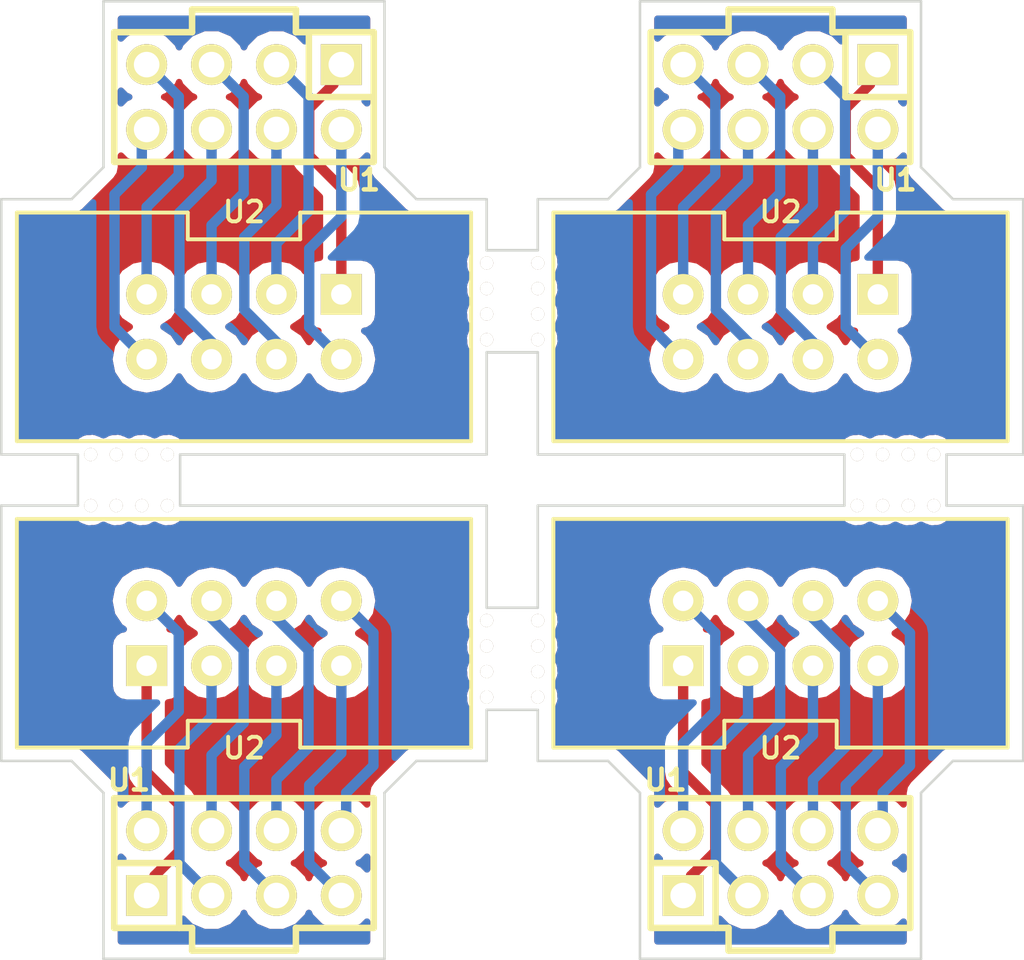
<source format=kicad_pcb>
(kicad_pcb (version 4) (host pcbnew "(2015-05-08 BZR 5647)-product")

  (general
    (links 56)
    (no_connects 24)
    (area 99.949999 62.189999 140.050001 99.810001)
    (thickness 1.6)
    (drawings 58)
    (tracks 172)
    (zones 0)
    (modules 42)
    (nets 9)
  )

  (page A4)
  (layers
    (0 F.Cu signal)
    (31 B.Cu signal)
    (32 B.Adhes user)
    (33 F.Adhes user)
    (34 B.Paste user)
    (35 F.Paste user)
    (36 B.SilkS user)
    (37 F.SilkS user)
    (38 B.Mask user)
    (39 F.Mask user)
    (40 Dwgs.User user)
    (41 Cmts.User user)
    (42 Eco1.User user)
    (43 Eco2.User user)
    (44 Edge.Cuts user)
    (45 Margin user)
    (46 B.CrtYd user)
    (47 F.CrtYd user)
    (48 B.Fab user)
    (49 F.Fab user)
  )

  (setup
    (last_trace_width 0.254)
    (user_trace_width 0.3048)
    (user_trace_width 0.3556)
    (user_trace_width 0.4064)
    (trace_clearance 0.254)
    (zone_clearance 0.508)
    (zone_45_only no)
    (trace_min 0.2)
    (segment_width 0.2)
    (edge_width 0.1)
    (via_size 1.3)
    (via_drill 0.635)
    (via_min_size 0.4)
    (via_min_drill 0.3)
    (uvia_size 0.508)
    (uvia_drill 0.127)
    (uvias_allowed no)
    (uvia_min_size 0.2)
    (uvia_min_drill 0.1)
    (pcb_text_width 0.3)
    (pcb_text_size 1.5 1.5)
    (mod_edge_width 0.15)
    (mod_text_size 1 1)
    (mod_text_width 0.15)
    (pad_size 1.5 1.5)
    (pad_drill 0.6)
    (pad_to_mask_clearance 0)
    (aux_axis_origin 0 0)
    (grid_origin 100 100)
    (visible_elements 7FFFF7FF)
    (pcbplotparams
      (layerselection 0x010f0_80000001)
      (usegerberextensions true)
      (excludeedgelayer true)
      (linewidth 0.100000)
      (plotframeref false)
      (viasonmask false)
      (mode 1)
      (useauxorigin false)
      (hpglpennumber 1)
      (hpglpenspeed 20)
      (hpglpendiameter 15)
      (hpglpenoverlay 2)
      (psnegative false)
      (psa4output false)
      (plotreference true)
      (plotvalue true)
      (plotinvisibletext false)
      (padsonsilk false)
      (subtractmaskfromsilk false)
      (outputformat 1)
      (mirror false)
      (drillshape 0)
      (scaleselection 1)
      (outputdirectory ./gerber))
  )

  (net 0 "")
  (net 1 /VDD)
  (net 2 /PROG)
  (net 3 /RESET)
  (net 4 /GND)
  (net 5 /FSCK)
  (net 6 /FMOSI)
  (net 7 /FMISO)
  (net 8 /FCSN)

  (net_class Default "This is the default net class."
    (clearance 0.254)
    (trace_width 0.254)
    (via_dia 1.3)
    (via_drill 0.635)
    (uvia_dia 0.508)
    (uvia_drill 0.127)
    (add_net /FCSN)
    (add_net /FMISO)
    (add_net /FMOSI)
    (add_net /FSCK)
    (add_net /GND)
    (add_net /PROG)
    (add_net /RESET)
    (add_net /VDD)
  )

  (module wht:PH (layer F.Cu) (tedit 55BE548A) (tstamp 55BE546C)
    (at 119 72.5)
    (fp_text reference REF** (at -1.5 4 90) (layer Dwgs.User) hide
      (effects (font (size 1 1) (thickness 0.15)))
    )
    (fp_text value PH (at -1.5 4.5 90) (layer Dwgs.User) hide
      (effects (font (size 1 1) (thickness 0.15)))
    )
    (pad "" thru_hole circle (at 0 0) (size 0.508 0.508) (drill 0.508) (layers *.Cu *.Mask F.SilkS))
  )

  (module wht:PH (layer F.Cu) (tedit 55BE54AB) (tstamp 55BE5468)
    (at 121 72.5)
    (fp_text reference REF** (at 2 4 90) (layer Dwgs.User) hide
      (effects (font (size 1 1) (thickness 0.15)))
    )
    (fp_text value PH (at 2 2.5 90) (layer Dwgs.User) hide
      (effects (font (size 1 1) (thickness 0.15)))
    )
    (pad "" thru_hole circle (at 0 0) (size 0.508 0.508) (drill 0.508) (layers *.Cu *.Mask F.SilkS))
  )

  (module wht:PH (layer F.Cu) (tedit 55BE5495) (tstamp 55BE5464)
    (at 119 75.5)
    (fp_text reference REF** (at -1.5 1 90) (layer Dwgs.User) hide
      (effects (font (size 1 1) (thickness 0.15)))
    )
    (fp_text value PH (at -1.5 2 90) (layer Dwgs.User) hide
      (effects (font (size 1 1) (thickness 0.15)))
    )
    (pad "" thru_hole circle (at 0 0) (size 0.508 0.508) (drill 0.508) (layers *.Cu *.Mask F.SilkS))
  )

  (module wht:PH (layer F.Cu) (tedit 55BE5491) (tstamp 55BE5460)
    (at 119 74.5)
    (fp_text reference REF** (at -1.5 1.5 90) (layer Dwgs.User) hide
      (effects (font (size 1 1) (thickness 0.15)))
    )
    (fp_text value PH (at -1.5 3.5 90) (layer Dwgs.User) hide
      (effects (font (size 1 1) (thickness 0.15)))
    )
    (pad "" thru_hole circle (at 0 0) (size 0.508 0.508) (drill 0.508) (layers *.Cu *.Mask F.SilkS))
  )

  (module wht:PH (layer F.Cu) (tedit 55BE54A1) (tstamp 55BE545C)
    (at 119 73.5)
    (fp_text reference REF** (at -1.5 3.5 90) (layer Dwgs.User) hide
      (effects (font (size 1 1) (thickness 0.15)))
    )
    (fp_text value PH (at -1.5 2.5 90) (layer Dwgs.User) hide
      (effects (font (size 1 1) (thickness 0.15)))
    )
    (pad "" thru_hole circle (at 0 0) (size 0.508 0.508) (drill 0.508) (layers *.Cu *.Mask F.SilkS))
  )

  (module wht:PH (layer F.Cu) (tedit 55BE54B1) (tstamp 55BE5458)
    (at 121 75.5)
    (fp_text reference REF** (at -3.5 1.5 90) (layer Dwgs.User) hide
      (effects (font (size 1 1) (thickness 0.15)))
    )
    (fp_text value PH (at 2 0 90) (layer Dwgs.User) hide
      (effects (font (size 1 1) (thickness 0.15)))
    )
    (pad "" thru_hole circle (at 0 0) (size 0.508 0.508) (drill 0.508) (layers *.Cu *.Mask F.SilkS))
  )

  (module wht:PH (layer F.Cu) (tedit 55BE54B7) (tstamp 55BE5454)
    (at 121 74.5)
    (fp_text reference REF** (at -3.5 2 90) (layer Dwgs.User) hide
      (effects (font (size 1 1) (thickness 0.15)))
    )
    (fp_text value PH (at 2.5 1 90) (layer Dwgs.User) hide
      (effects (font (size 1 1) (thickness 0.15)))
    )
    (pad "" thru_hole circle (at 0 0) (size 0.508 0.508) (drill 0.508) (layers *.Cu *.Mask F.SilkS))
  )

  (module wht:PH (layer F.Cu) (tedit 55BE54AD) (tstamp 55BE5450)
    (at 121 73.5)
    (fp_text reference REF** (at -3.5 2 90) (layer Dwgs.User) hide
      (effects (font (size 1 1) (thickness 0.15)))
    )
    (fp_text value PH (at 2 2.5 90) (layer Dwgs.User) hide
      (effects (font (size 1 1) (thickness 0.15)))
    )
    (pad "" thru_hole circle (at 0 0) (size 0.508 0.508) (drill 0.508) (layers *.Cu *.Mask F.SilkS))
  )

  (module wht:NRF_ICSP_RibbonCable (layer F.Cu) (tedit 5566EAED) (tstamp 55BE44B2)
    (at 130.5 87)
    (descr "nRF24LE1 Programmer connector with ribbon cable connector")
    (path /55BE3082)
    (fp_text reference U2 (at 0 4.5 180) (layer F.SilkS)
      (effects (font (size 0.8128 0.8128) (thickness 0.1524)))
    )
    (fp_text value NRF24LE1_PROG (at 0 -3.175) (layer F.SilkS) hide
      (effects (font (size 0.8128 0.8128) (thickness 0.1524)))
    )
    (fp_line (start 2.2 3.429) (end 2.2 4.475) (layer F.SilkS) (width 0.1524))
    (fp_line (start -2.2 3.429) (end -2.2 4.475) (layer F.SilkS) (width 0.1524))
    (fp_line (start -8.89 4.475) (end -2.2 4.475) (layer F.SilkS) (width 0.1524))
    (fp_line (start -2.2 3.429) (end 2.2 3.429) (layer F.SilkS) (width 0.1524))
    (fp_line (start 2.2 4.475) (end 8.89 4.475) (layer F.SilkS) (width 0.1524))
    (fp_line (start 8.89 4.475) (end 8.89 -4.475) (layer F.SilkS) (width 0.1524))
    (fp_line (start 8.89 -4.475) (end -8.89 -4.475) (layer F.SilkS) (width 0.1524))
    (fp_line (start -8.89 -4.475) (end -8.89 4.475) (layer F.SilkS) (width 0.1524))
    (pad 1 thru_hole rect (at -3.81 1.27) (size 1.6 1.6) (drill 0.8) (layers *.Cu *.Mask F.SilkS)
      (net 1 /VDD))
    (pad 2 thru_hole oval (at -3.81 -1.27) (size 1.6 1.6) (drill 0.8) (layers *.Cu *.Mask F.SilkS)
      (net 2 /PROG))
    (pad 3 thru_hole oval (at -1.27 1.27) (size 1.6 1.6) (drill 0.8) (layers *.Cu *.Mask F.SilkS)
      (net 3 /RESET))
    (pad 4 thru_hole oval (at -1.27 -1.27) (size 1.6 1.6) (drill 0.8) (layers *.Cu *.Mask F.SilkS)
      (net 4 /GND))
    (pad 5 thru_hole oval (at 1.27 1.27) (size 1.6 1.6) (drill 0.8) (layers *.Cu *.Mask F.SilkS)
      (net 5 /FSCK))
    (pad 6 thru_hole oval (at 1.27 -1.27) (size 1.6 1.6) (drill 0.8) (layers *.Cu *.Mask F.SilkS)
      (net 6 /FMOSI))
    (pad 7 thru_hole oval (at 3.81 1.27) (size 1.6 1.6) (drill 0.8) (layers *.Cu *.Mask F.SilkS)
      (net 7 /FMISO))
    (pad 8 thru_hole oval (at 3.81 -1.27) (size 1.6 1.6) (drill 0.8) (layers *.Cu *.Mask F.SilkS)
      (net 8 /FCSN))
  )

  (module wht:NRF_ICSP_PogoPinsHoles (layer F.Cu) (tedit 55BE40A8) (tstamp 55BE449C)
    (at 130.5 96)
    (descr "8 pin nRF in-circuit system programmer for PogoPin connector with PCB holes.")
    (path /55BE2B56)
    (fp_text reference U1 (at -4.5 -3.25) (layer F.SilkS)
      (effects (font (size 0.8128 0.8128) (thickness 0.1778)))
    )
    (fp_text value NRF24LE1_PROG (at 0 -3.175) (layer F.SilkS) hide
      (effects (font (size 0.8128 0.8128) (thickness 0.1524)))
    )
    (fp_line (start -5.08 2.54) (end -2.032 2.54) (layer F.SilkS) (width 0.254))
    (fp_line (start -2.032 2.54) (end -2.032 3.429) (layer F.SilkS) (width 0.254))
    (fp_line (start -2.032 3.429) (end 2.032 3.429) (layer F.SilkS) (width 0.254))
    (fp_line (start 2.032 3.429) (end 2.032 2.54) (layer F.SilkS) (width 0.254))
    (fp_line (start 2.032 2.54) (end 5.08 2.54) (layer F.SilkS) (width 0.254))
    (fp_line (start 5.08 2.54) (end 5.08 -2.54) (layer F.SilkS) (width 0.254))
    (fp_line (start 5.08 -2.54) (end -5.08 -2.54) (layer F.SilkS) (width 0.254))
    (fp_line (start -5.08 -2.54) (end -5.08 0) (layer F.SilkS) (width 0.254))
    (fp_line (start -5.08 0) (end -2.54 0) (layer F.SilkS) (width 0.254))
    (fp_line (start -2.54 0) (end -2.54 2.54) (layer F.SilkS) (width 0.254))
    (fp_line (start -5.08 2.54) (end -5.08 0) (layer F.SilkS) (width 0.254))
    (pad 1 thru_hole rect (at -3.81 1.27) (size 1.6 1.6) (drill 1) (layers *.Cu *.Mask F.SilkS)
      (net 1 /VDD))
    (pad 2 thru_hole circle (at -3.81 -1.27) (size 1.6 1.6) (drill 1) (layers *.Cu *.Mask F.SilkS)
      (net 2 /PROG))
    (pad 3 thru_hole circle (at -1.27 1.27) (size 1.6 1.6) (drill 1) (layers *.Cu *.Mask F.SilkS)
      (net 3 /RESET))
    (pad 4 thru_hole circle (at -1.27 -1.27) (size 1.6 1.6) (drill 1) (layers *.Cu *.Mask F.SilkS)
      (net 4 /GND))
    (pad 5 thru_hole circle (at 1.27 1.27) (size 1.6 1.6) (drill 1) (layers *.Cu *.Mask F.SilkS)
      (net 5 /FSCK))
    (pad 6 thru_hole circle (at 1.27 -1.27) (size 1.6 1.6) (drill 1) (layers *.Cu *.Mask F.SilkS)
      (net 6 /FMOSI))
    (pad 7 thru_hole circle (at 3.81 1.27) (size 1.6 1.6) (drill 1) (layers *.Cu *.Mask F.SilkS)
      (net 7 /FMISO))
    (pad 8 thru_hole circle (at 3.81 -1.27) (size 1.6 1.6) (drill 1) (layers *.Cu *.Mask F.SilkS)
      (net 8 /FCSN))
  )

  (module wht:NRF_ICSP_PogoPinsHoles (layer F.Cu) (tedit 55BE40A8) (tstamp 55BE4486)
    (at 130.5 66 180)
    (descr "8 pin nRF in-circuit system programmer for PogoPin connector with PCB holes.")
    (path /55BE2B56)
    (fp_text reference U1 (at -4.5 -3.25 180) (layer F.SilkS)
      (effects (font (size 0.8128 0.8128) (thickness 0.1778)))
    )
    (fp_text value NRF24LE1_PROG (at 0 -3.175 180) (layer F.SilkS) hide
      (effects (font (size 0.8128 0.8128) (thickness 0.1524)))
    )
    (fp_line (start -5.08 2.54) (end -2.032 2.54) (layer F.SilkS) (width 0.254))
    (fp_line (start -2.032 2.54) (end -2.032 3.429) (layer F.SilkS) (width 0.254))
    (fp_line (start -2.032 3.429) (end 2.032 3.429) (layer F.SilkS) (width 0.254))
    (fp_line (start 2.032 3.429) (end 2.032 2.54) (layer F.SilkS) (width 0.254))
    (fp_line (start 2.032 2.54) (end 5.08 2.54) (layer F.SilkS) (width 0.254))
    (fp_line (start 5.08 2.54) (end 5.08 -2.54) (layer F.SilkS) (width 0.254))
    (fp_line (start 5.08 -2.54) (end -5.08 -2.54) (layer F.SilkS) (width 0.254))
    (fp_line (start -5.08 -2.54) (end -5.08 0) (layer F.SilkS) (width 0.254))
    (fp_line (start -5.08 0) (end -2.54 0) (layer F.SilkS) (width 0.254))
    (fp_line (start -2.54 0) (end -2.54 2.54) (layer F.SilkS) (width 0.254))
    (fp_line (start -5.08 2.54) (end -5.08 0) (layer F.SilkS) (width 0.254))
    (pad 1 thru_hole rect (at -3.81 1.27 180) (size 1.6 1.6) (drill 1) (layers *.Cu *.Mask F.SilkS)
      (net 1 /VDD))
    (pad 2 thru_hole circle (at -3.81 -1.27 180) (size 1.6 1.6) (drill 1) (layers *.Cu *.Mask F.SilkS)
      (net 2 /PROG))
    (pad 3 thru_hole circle (at -1.27 1.27 180) (size 1.6 1.6) (drill 1) (layers *.Cu *.Mask F.SilkS)
      (net 3 /RESET))
    (pad 4 thru_hole circle (at -1.27 -1.27 180) (size 1.6 1.6) (drill 1) (layers *.Cu *.Mask F.SilkS)
      (net 4 /GND))
    (pad 5 thru_hole circle (at 1.27 1.27 180) (size 1.6 1.6) (drill 1) (layers *.Cu *.Mask F.SilkS)
      (net 5 /FSCK))
    (pad 6 thru_hole circle (at 1.27 -1.27 180) (size 1.6 1.6) (drill 1) (layers *.Cu *.Mask F.SilkS)
      (net 6 /FMOSI))
    (pad 7 thru_hole circle (at 3.81 1.27 180) (size 1.6 1.6) (drill 1) (layers *.Cu *.Mask F.SilkS)
      (net 7 /FMISO))
    (pad 8 thru_hole circle (at 3.81 -1.27 180) (size 1.6 1.6) (drill 1) (layers *.Cu *.Mask F.SilkS)
      (net 8 /FCSN))
  )

  (module wht:NRF_ICSP_RibbonCable (layer F.Cu) (tedit 5566EAED) (tstamp 55BE4473)
    (at 130.5 75 180)
    (descr "nRF24LE1 Programmer connector with ribbon cable connector")
    (path /55BE3082)
    (fp_text reference U2 (at 0 4.5 360) (layer F.SilkS)
      (effects (font (size 0.8128 0.8128) (thickness 0.1524)))
    )
    (fp_text value NRF24LE1_PROG (at 0 -3.175 180) (layer F.SilkS) hide
      (effects (font (size 0.8128 0.8128) (thickness 0.1524)))
    )
    (fp_line (start 2.2 3.429) (end 2.2 4.475) (layer F.SilkS) (width 0.1524))
    (fp_line (start -2.2 3.429) (end -2.2 4.475) (layer F.SilkS) (width 0.1524))
    (fp_line (start -8.89 4.475) (end -2.2 4.475) (layer F.SilkS) (width 0.1524))
    (fp_line (start -2.2 3.429) (end 2.2 3.429) (layer F.SilkS) (width 0.1524))
    (fp_line (start 2.2 4.475) (end 8.89 4.475) (layer F.SilkS) (width 0.1524))
    (fp_line (start 8.89 4.475) (end 8.89 -4.475) (layer F.SilkS) (width 0.1524))
    (fp_line (start 8.89 -4.475) (end -8.89 -4.475) (layer F.SilkS) (width 0.1524))
    (fp_line (start -8.89 -4.475) (end -8.89 4.475) (layer F.SilkS) (width 0.1524))
    (pad 1 thru_hole rect (at -3.81 1.27 180) (size 1.6 1.6) (drill 0.8) (layers *.Cu *.Mask F.SilkS)
      (net 1 /VDD))
    (pad 2 thru_hole oval (at -3.81 -1.27 180) (size 1.6 1.6) (drill 0.8) (layers *.Cu *.Mask F.SilkS)
      (net 2 /PROG))
    (pad 3 thru_hole oval (at -1.27 1.27 180) (size 1.6 1.6) (drill 0.8) (layers *.Cu *.Mask F.SilkS)
      (net 3 /RESET))
    (pad 4 thru_hole oval (at -1.27 -1.27 180) (size 1.6 1.6) (drill 0.8) (layers *.Cu *.Mask F.SilkS)
      (net 4 /GND))
    (pad 5 thru_hole oval (at 1.27 1.27 180) (size 1.6 1.6) (drill 0.8) (layers *.Cu *.Mask F.SilkS)
      (net 5 /FSCK))
    (pad 6 thru_hole oval (at 1.27 -1.27 180) (size 1.6 1.6) (drill 0.8) (layers *.Cu *.Mask F.SilkS)
      (net 6 /FMOSI))
    (pad 7 thru_hole oval (at 3.81 1.27 180) (size 1.6 1.6) (drill 0.8) (layers *.Cu *.Mask F.SilkS)
      (net 7 /FMISO))
    (pad 8 thru_hole oval (at 3.81 -1.27 180) (size 1.6 1.6) (drill 0.8) (layers *.Cu *.Mask F.SilkS)
      (net 8 /FCSN))
  )

  (module wht:NRF_ICSP_RibbonCable (layer F.Cu) (tedit 5566EAED) (tstamp 55BE436F)
    (at 109.5 75 180)
    (descr "nRF24LE1 Programmer connector with ribbon cable connector")
    (path /55BE3082)
    (fp_text reference U2 (at 0 4.5 360) (layer F.SilkS)
      (effects (font (size 0.8128 0.8128) (thickness 0.1524)))
    )
    (fp_text value NRF24LE1_PROG (at 0 -3.175 180) (layer F.SilkS) hide
      (effects (font (size 0.8128 0.8128) (thickness 0.1524)))
    )
    (fp_line (start 2.2 3.429) (end 2.2 4.475) (layer F.SilkS) (width 0.1524))
    (fp_line (start -2.2 3.429) (end -2.2 4.475) (layer F.SilkS) (width 0.1524))
    (fp_line (start -8.89 4.475) (end -2.2 4.475) (layer F.SilkS) (width 0.1524))
    (fp_line (start -2.2 3.429) (end 2.2 3.429) (layer F.SilkS) (width 0.1524))
    (fp_line (start 2.2 4.475) (end 8.89 4.475) (layer F.SilkS) (width 0.1524))
    (fp_line (start 8.89 4.475) (end 8.89 -4.475) (layer F.SilkS) (width 0.1524))
    (fp_line (start 8.89 -4.475) (end -8.89 -4.475) (layer F.SilkS) (width 0.1524))
    (fp_line (start -8.89 -4.475) (end -8.89 4.475) (layer F.SilkS) (width 0.1524))
    (pad 1 thru_hole rect (at -3.81 1.27 180) (size 1.6 1.6) (drill 0.8) (layers *.Cu *.Mask F.SilkS)
      (net 1 /VDD))
    (pad 2 thru_hole oval (at -3.81 -1.27 180) (size 1.6 1.6) (drill 0.8) (layers *.Cu *.Mask F.SilkS)
      (net 2 /PROG))
    (pad 3 thru_hole oval (at -1.27 1.27 180) (size 1.6 1.6) (drill 0.8) (layers *.Cu *.Mask F.SilkS)
      (net 3 /RESET))
    (pad 4 thru_hole oval (at -1.27 -1.27 180) (size 1.6 1.6) (drill 0.8) (layers *.Cu *.Mask F.SilkS)
      (net 4 /GND))
    (pad 5 thru_hole oval (at 1.27 1.27 180) (size 1.6 1.6) (drill 0.8) (layers *.Cu *.Mask F.SilkS)
      (net 5 /FSCK))
    (pad 6 thru_hole oval (at 1.27 -1.27 180) (size 1.6 1.6) (drill 0.8) (layers *.Cu *.Mask F.SilkS)
      (net 6 /FMOSI))
    (pad 7 thru_hole oval (at 3.81 1.27 180) (size 1.6 1.6) (drill 0.8) (layers *.Cu *.Mask F.SilkS)
      (net 7 /FMISO))
    (pad 8 thru_hole oval (at 3.81 -1.27 180) (size 1.6 1.6) (drill 0.8) (layers *.Cu *.Mask F.SilkS)
      (net 8 /FCSN))
  )

  (module wht:NRF_ICSP_PogoPinsHoles (layer F.Cu) (tedit 55BE40A8) (tstamp 55BE4359)
    (at 109.5 66 180)
    (descr "8 pin nRF in-circuit system programmer for PogoPin connector with PCB holes.")
    (path /55BE2B56)
    (fp_text reference U1 (at -4.5 -3.25 180) (layer F.SilkS)
      (effects (font (size 0.8128 0.8128) (thickness 0.1778)))
    )
    (fp_text value NRF24LE1_PROG (at 0 -3.175 180) (layer F.SilkS) hide
      (effects (font (size 0.8128 0.8128) (thickness 0.1524)))
    )
    (fp_line (start -5.08 2.54) (end -2.032 2.54) (layer F.SilkS) (width 0.254))
    (fp_line (start -2.032 2.54) (end -2.032 3.429) (layer F.SilkS) (width 0.254))
    (fp_line (start -2.032 3.429) (end 2.032 3.429) (layer F.SilkS) (width 0.254))
    (fp_line (start 2.032 3.429) (end 2.032 2.54) (layer F.SilkS) (width 0.254))
    (fp_line (start 2.032 2.54) (end 5.08 2.54) (layer F.SilkS) (width 0.254))
    (fp_line (start 5.08 2.54) (end 5.08 -2.54) (layer F.SilkS) (width 0.254))
    (fp_line (start 5.08 -2.54) (end -5.08 -2.54) (layer F.SilkS) (width 0.254))
    (fp_line (start -5.08 -2.54) (end -5.08 0) (layer F.SilkS) (width 0.254))
    (fp_line (start -5.08 0) (end -2.54 0) (layer F.SilkS) (width 0.254))
    (fp_line (start -2.54 0) (end -2.54 2.54) (layer F.SilkS) (width 0.254))
    (fp_line (start -5.08 2.54) (end -5.08 0) (layer F.SilkS) (width 0.254))
    (pad 1 thru_hole rect (at -3.81 1.27 180) (size 1.6 1.6) (drill 1) (layers *.Cu *.Mask F.SilkS)
      (net 1 /VDD))
    (pad 2 thru_hole circle (at -3.81 -1.27 180) (size 1.6 1.6) (drill 1) (layers *.Cu *.Mask F.SilkS)
      (net 2 /PROG))
    (pad 3 thru_hole circle (at -1.27 1.27 180) (size 1.6 1.6) (drill 1) (layers *.Cu *.Mask F.SilkS)
      (net 3 /RESET))
    (pad 4 thru_hole circle (at -1.27 -1.27 180) (size 1.6 1.6) (drill 1) (layers *.Cu *.Mask F.SilkS)
      (net 4 /GND))
    (pad 5 thru_hole circle (at 1.27 1.27 180) (size 1.6 1.6) (drill 1) (layers *.Cu *.Mask F.SilkS)
      (net 5 /FSCK))
    (pad 6 thru_hole circle (at 1.27 -1.27 180) (size 1.6 1.6) (drill 1) (layers *.Cu *.Mask F.SilkS)
      (net 6 /FMOSI))
    (pad 7 thru_hole circle (at 3.81 1.27 180) (size 1.6 1.6) (drill 1) (layers *.Cu *.Mask F.SilkS)
      (net 7 /FMISO))
    (pad 8 thru_hole circle (at 3.81 -1.27 180) (size 1.6 1.6) (drill 1) (layers *.Cu *.Mask F.SilkS)
      (net 8 /FCSN))
  )

  (module wht:NRF_ICSP_PogoPinsHoles (layer F.Cu) (tedit 55BE40A8) (tstamp 55BE2D3D)
    (at 109.5 96)
    (descr "8 pin nRF in-circuit system programmer for PogoPin connector with PCB holes.")
    (path /55BE2B56)
    (fp_text reference U1 (at -4.5 -3.25) (layer F.SilkS)
      (effects (font (size 0.8128 0.8128) (thickness 0.1778)))
    )
    (fp_text value NRF24LE1_PROG (at 0 -3.175) (layer F.SilkS) hide
      (effects (font (size 0.8128 0.8128) (thickness 0.1524)))
    )
    (fp_line (start -5.08 2.54) (end -2.032 2.54) (layer F.SilkS) (width 0.254))
    (fp_line (start -2.032 2.54) (end -2.032 3.429) (layer F.SilkS) (width 0.254))
    (fp_line (start -2.032 3.429) (end 2.032 3.429) (layer F.SilkS) (width 0.254))
    (fp_line (start 2.032 3.429) (end 2.032 2.54) (layer F.SilkS) (width 0.254))
    (fp_line (start 2.032 2.54) (end 5.08 2.54) (layer F.SilkS) (width 0.254))
    (fp_line (start 5.08 2.54) (end 5.08 -2.54) (layer F.SilkS) (width 0.254))
    (fp_line (start 5.08 -2.54) (end -5.08 -2.54) (layer F.SilkS) (width 0.254))
    (fp_line (start -5.08 -2.54) (end -5.08 0) (layer F.SilkS) (width 0.254))
    (fp_line (start -5.08 0) (end -2.54 0) (layer F.SilkS) (width 0.254))
    (fp_line (start -2.54 0) (end -2.54 2.54) (layer F.SilkS) (width 0.254))
    (fp_line (start -5.08 2.54) (end -5.08 0) (layer F.SilkS) (width 0.254))
    (pad 1 thru_hole rect (at -3.81 1.27) (size 1.6 1.6) (drill 1) (layers *.Cu *.Mask F.SilkS)
      (net 1 /VDD))
    (pad 2 thru_hole circle (at -3.81 -1.27) (size 1.6 1.6) (drill 1) (layers *.Cu *.Mask F.SilkS)
      (net 2 /PROG))
    (pad 3 thru_hole circle (at -1.27 1.27) (size 1.6 1.6) (drill 1) (layers *.Cu *.Mask F.SilkS)
      (net 3 /RESET))
    (pad 4 thru_hole circle (at -1.27 -1.27) (size 1.6 1.6) (drill 1) (layers *.Cu *.Mask F.SilkS)
      (net 4 /GND))
    (pad 5 thru_hole circle (at 1.27 1.27) (size 1.6 1.6) (drill 1) (layers *.Cu *.Mask F.SilkS)
      (net 5 /FSCK))
    (pad 6 thru_hole circle (at 1.27 -1.27) (size 1.6 1.6) (drill 1) (layers *.Cu *.Mask F.SilkS)
      (net 6 /FMOSI))
    (pad 7 thru_hole circle (at 3.81 1.27) (size 1.6 1.6) (drill 1) (layers *.Cu *.Mask F.SilkS)
      (net 7 /FMISO))
    (pad 8 thru_hole circle (at 3.81 -1.27) (size 1.6 1.6) (drill 1) (layers *.Cu *.Mask F.SilkS)
      (net 8 /FCSN))
  )

  (module wht:NRF_ICSP_RibbonCable (layer F.Cu) (tedit 5566EAED) (tstamp 55BE2D49)
    (at 109.5 87)
    (descr "nRF24LE1 Programmer connector with ribbon cable connector")
    (path /55BE3082)
    (fp_text reference U2 (at 0 4.5 180) (layer F.SilkS)
      (effects (font (size 0.8128 0.8128) (thickness 0.1524)))
    )
    (fp_text value NRF24LE1_PROG (at 0 -3.175) (layer F.SilkS) hide
      (effects (font (size 0.8128 0.8128) (thickness 0.1524)))
    )
    (fp_line (start 2.2 3.429) (end 2.2 4.475) (layer F.SilkS) (width 0.1524))
    (fp_line (start -2.2 3.429) (end -2.2 4.475) (layer F.SilkS) (width 0.1524))
    (fp_line (start -8.89 4.475) (end -2.2 4.475) (layer F.SilkS) (width 0.1524))
    (fp_line (start -2.2 3.429) (end 2.2 3.429) (layer F.SilkS) (width 0.1524))
    (fp_line (start 2.2 4.475) (end 8.89 4.475) (layer F.SilkS) (width 0.1524))
    (fp_line (start 8.89 4.475) (end 8.89 -4.475) (layer F.SilkS) (width 0.1524))
    (fp_line (start 8.89 -4.475) (end -8.89 -4.475) (layer F.SilkS) (width 0.1524))
    (fp_line (start -8.89 -4.475) (end -8.89 4.475) (layer F.SilkS) (width 0.1524))
    (pad 1 thru_hole rect (at -3.81 1.27) (size 1.6 1.6) (drill 0.8) (layers *.Cu *.Mask F.SilkS)
      (net 1 /VDD))
    (pad 2 thru_hole oval (at -3.81 -1.27) (size 1.6 1.6) (drill 0.8) (layers *.Cu *.Mask F.SilkS)
      (net 2 /PROG))
    (pad 3 thru_hole oval (at -1.27 1.27) (size 1.6 1.6) (drill 0.8) (layers *.Cu *.Mask F.SilkS)
      (net 3 /RESET))
    (pad 4 thru_hole oval (at -1.27 -1.27) (size 1.6 1.6) (drill 0.8) (layers *.Cu *.Mask F.SilkS)
      (net 4 /GND))
    (pad 5 thru_hole oval (at 1.27 1.27) (size 1.6 1.6) (drill 0.8) (layers *.Cu *.Mask F.SilkS)
      (net 5 /FSCK))
    (pad 6 thru_hole oval (at 1.27 -1.27) (size 1.6 1.6) (drill 0.8) (layers *.Cu *.Mask F.SilkS)
      (net 6 /FMOSI))
    (pad 7 thru_hole oval (at 3.81 1.27) (size 1.6 1.6) (drill 0.8) (layers *.Cu *.Mask F.SilkS)
      (net 7 /FMISO))
    (pad 8 thru_hole oval (at 3.81 -1.27) (size 1.6 1.6) (drill 0.8) (layers *.Cu *.Mask F.SilkS)
      (net 8 /FCSN))
  )

  (module wht:PH (layer F.Cu) (tedit 55BE52C7) (tstamp 55BE52ED)
    (at 119 86)
    (fp_text reference REF** (at 4.5 -0.5 90) (layer Dwgs.User) hide
      (effects (font (size 1 1) (thickness 0.15)))
    )
    (fp_text value PH (at -1.5 -2.5 90) (layer Dwgs.User) hide
      (effects (font (size 1 1) (thickness 0.15)))
    )
  )

  (module wht:PH (layer F.Cu) (tedit 55BE51BF) (tstamp 55BE52F8)
    (at 121 87.5)
    (fp_text reference REF** (at -3.5 -1 90) (layer Dwgs.User) hide
      (effects (font (size 1 1) (thickness 0.15)))
    )
    (fp_text value PH (at 2.5 -1 90) (layer Dwgs.User) hide
      (effects (font (size 1 1) (thickness 0.15)))
    )
    (pad "" thru_hole circle (at 0 0) (size 0.508 0.508) (drill 0.508) (layers *.Cu *.Mask F.SilkS))
  )

  (module wht:PH (layer F.Cu) (tedit 55BE51C3) (tstamp 55BE5301)
    (at 121 88.5)
    (fp_text reference REF** (at -3.5 -3 90) (layer Dwgs.User) hide
      (effects (font (size 1 1) (thickness 0.15)))
    )
    (fp_text value PH (at 2 -3.5) (layer Dwgs.User) hide
      (effects (font (size 1 1) (thickness 0.15)))
    )
    (pad "" thru_hole circle (at 0 0) (size 0.508 0.508) (drill 0.508) (layers *.Cu *.Mask F.SilkS))
  )

  (module wht:PH (layer F.Cu) (tedit 55BE51C5) (tstamp 55BE530A)
    (at 121 89.5)
    (fp_text reference REF** (at -3.5 -4 90) (layer Dwgs.User) hide
      (effects (font (size 1 1) (thickness 0.15)))
    )
    (fp_text value PH (at 2 -4.5) (layer Dwgs.User) hide
      (effects (font (size 1 1) (thickness 0.15)))
    )
    (pad "" thru_hole circle (at 0 0) (size 0.508 0.508) (drill 0.508) (layers *.Cu *.Mask F.SilkS))
  )

  (module wht:PH (layer F.Cu) (tedit 55BE52C3) (tstamp 55BE5351)
    (at 120 84.5)
    (fp_text reference REF** (at 3 0.5 90) (layer Dwgs.User) hide
      (effects (font (size 1 1) (thickness 0.15)))
    )
    (fp_text value PH (at 3 -0.5 90) (layer Dwgs.User) hide
      (effects (font (size 1 1) (thickness 0.15)))
    )
  )

  (module wht:PH (layer F.Cu) (tedit 55BE52B0) (tstamp 55BE5366)
    (at 119 87.5)
    (fp_text reference REF** (at -1.5 -2 90) (layer Dwgs.User) hide
      (effects (font (size 1 1) (thickness 0.15)))
    )
    (fp_text value PH (at -1.5 -3 90) (layer Dwgs.User) hide
      (effects (font (size 1 1) (thickness 0.15)))
    )
    (pad "" thru_hole circle (at 0 0) (size 0.508 0.508) (drill 0.508) (layers *.Cu *.Mask F.SilkS))
  )

  (module wht:PH (layer F.Cu) (tedit 55BE52B3) (tstamp 55BE536F)
    (at 119 88.5)
    (fp_text reference REF** (at -1.5 -3 90) (layer Dwgs.User) hide
      (effects (font (size 1 1) (thickness 0.15)))
    )
    (fp_text value PH (at -1.5 -3 90) (layer Dwgs.User) hide
      (effects (font (size 1 1) (thickness 0.15)))
    )
    (pad "" thru_hole circle (at 0 0) (size 0.508 0.508) (drill 0.508) (layers *.Cu *.Mask F.SilkS))
  )

  (module wht:PH (layer F.Cu) (tedit 55BE52B7) (tstamp 55BE5378)
    (at 119 89.5)
    (fp_text reference REF** (at -1.5 -4 90) (layer Dwgs.User) hide
      (effects (font (size 1 1) (thickness 0.15)))
    )
    (fp_text value PH (at -1.5 -5 90) (layer Dwgs.User) hide
      (effects (font (size 1 1) (thickness 0.15)))
    )
    (pad "" thru_hole circle (at 0 0) (size 0.508 0.508) (drill 0.508) (layers *.Cu *.Mask F.SilkS))
  )

  (module wht:PH (layer F.Cu) (tedit 55BE5327) (tstamp 55BE53FF)
    (at 121 86.5)
    (fp_text reference REF** (at 2 -1 90) (layer Dwgs.User) hide
      (effects (font (size 1 1) (thickness 0.15)))
    )
    (fp_text value PH (at 2.5 -1.5 90) (layer Dwgs.User) hide
      (effects (font (size 1 1) (thickness 0.15)))
    )
    (pad "" thru_hole circle (at 0 0) (size 0.508 0.508) (drill 0.508) (layers *.Cu *.Mask F.SilkS))
  )

  (module wht:PH (layer F.Cu) (tedit 55BE5347) (tstamp 55BE5414)
    (at 119 86.5)
    (fp_text reference REF** (at -1.5 -1 90) (layer Dwgs.User) hide
      (effects (font (size 1 1) (thickness 0.15)))
    )
    (fp_text value PH (at -1.5 -1.5 90) (layer Dwgs.User) hide
      (effects (font (size 1 1) (thickness 0.15)))
    )
    (pad "" thru_hole circle (at 0 0) (size 0.508 0.508) (drill 0.508) (layers *.Cu *.Mask F.SilkS))
  )

  (module wht:PH (layer F.Cu) (tedit 55BE5457) (tstamp 55BE5481)
    (at 103.5 80)
    (fp_text reference REF** (at 0 -1.5) (layer Dwgs.User) hide
      (effects (font (size 1 1) (thickness 0.15)))
    )
    (fp_text value PH (at 0 -1.27) (layer Dwgs.User) hide
      (effects (font (size 1 1) (thickness 0.15)))
    )
    (pad "" thru_hole circle (at 0 0) (size 0.508 0.508) (drill 0.508) (layers *.Cu *.Mask F.SilkS))
  )

  (module wht:PH (layer F.Cu) (tedit 55BE545A) (tstamp 55BE548C)
    (at 104.5 80)
    (fp_text reference REF** (at 0 -1.5) (layer Dwgs.User) hide
      (effects (font (size 1 1) (thickness 0.15)))
    )
    (fp_text value PH (at 0 -1.27) (layer Dwgs.User) hide
      (effects (font (size 1 1) (thickness 0.15)))
    )
    (pad "" thru_hole circle (at 0 0) (size 0.508 0.508) (drill 0.508) (layers *.Cu *.Mask F.SilkS))
  )

  (module wht:PH (layer F.Cu) (tedit 55BE545C) (tstamp 55BE5495)
    (at 105.5 80)
    (fp_text reference REF** (at -0.5 -1.5) (layer Dwgs.User) hide
      (effects (font (size 1 1) (thickness 0.15)))
    )
    (fp_text value PH (at 0 -1.27) (layer Dwgs.User) hide
      (effects (font (size 1 1) (thickness 0.15)))
    )
    (pad "" thru_hole circle (at 0 0) (size 0.508 0.508) (drill 0.508) (layers *.Cu *.Mask F.SilkS))
  )

  (module wht:PH (layer F.Cu) (tedit 55BE545E) (tstamp 55BE549E)
    (at 106.5 80)
    (fp_text reference REF** (at -1.5 -1.5) (layer Dwgs.User) hide
      (effects (font (size 1 1) (thickness 0.15)))
    )
    (fp_text value PH (at 0 -1.27) (layer Dwgs.User) hide
      (effects (font (size 1 1) (thickness 0.15)))
    )
    (pad "" thru_hole circle (at 0 0) (size 0.508 0.508) (drill 0.508) (layers *.Cu *.Mask F.SilkS))
  )

  (module wht:PH (layer F.Cu) (tedit 55BE5476) (tstamp 55BE54BC)
    (at 103.5 82)
    (fp_text reference REF** (at 0 1.27) (layer Dwgs.User) hide
      (effects (font (size 1 1) (thickness 0.15)))
    )
    (fp_text value PH (at -0.5 1.5) (layer Dwgs.User) hide
      (effects (font (size 1 1) (thickness 0.15)))
    )
    (pad "" thru_hole circle (at 0 0) (size 0.508 0.508) (drill 0.508) (layers *.Cu *.Mask F.SilkS))
  )

  (module wht:PH (layer F.Cu) (tedit 55BE5478) (tstamp 55BE54C6)
    (at 104.5 82)
    (fp_text reference REF** (at 0 1.27) (layer Dwgs.User) hide
      (effects (font (size 1 1) (thickness 0.15)))
    )
    (fp_text value PH (at -1.5 1.5) (layer Dwgs.User) hide
      (effects (font (size 1 1) (thickness 0.15)))
    )
    (pad "" thru_hole circle (at 0 0) (size 0.508 0.508) (drill 0.508) (layers *.Cu *.Mask F.SilkS))
  )

  (module wht:PH (layer F.Cu) (tedit 55BE547A) (tstamp 55BE54CF)
    (at 105.5 82)
    (fp_text reference REF** (at 0 1.27) (layer Dwgs.User) hide
      (effects (font (size 1 1) (thickness 0.15)))
    )
    (fp_text value PH (at -2 1.5) (layer Dwgs.User) hide
      (effects (font (size 1 1) (thickness 0.15)))
    )
    (pad "" thru_hole circle (at 0 0) (size 0.508 0.508) (drill 0.508) (layers *.Cu *.Mask F.SilkS))
  )

  (module wht:PH (layer F.Cu) (tedit 55BE547C) (tstamp 55BE54D8)
    (at 106.5 82)
    (fp_text reference REF** (at 0 1.27) (layer Dwgs.User) hide
      (effects (font (size 1 1) (thickness 0.15)))
    )
    (fp_text value PH (at -3.5 1.5) (layer Dwgs.User) hide
      (effects (font (size 1 1) (thickness 0.15)))
    )
    (pad "" thru_hole circle (at 0 0) (size 0.508 0.508) (drill 0.508) (layers *.Cu *.Mask F.SilkS))
  )

  (module wht:PH (layer F.Cu) (tedit 55BE54E5) (tstamp 55BE5545)
    (at 133.5 80)
    (fp_text reference REF** (at 2.5 -1.5) (layer Dwgs.User) hide
      (effects (font (size 1 1) (thickness 0.15)))
    )
    (fp_text value PH (at 0 -1.27) (layer Dwgs.User) hide
      (effects (font (size 1 1) (thickness 0.15)))
    )
    (pad "" thru_hole circle (at 0 0) (size 0.508 0.508) (drill 0.508) (layers *.Cu *.Mask F.SilkS))
  )

  (module wht:PH (layer F.Cu) (tedit 55BE54E7) (tstamp 55BE554E)
    (at 134.5 80)
    (fp_text reference REF** (at 1 -1.5) (layer Dwgs.User) hide
      (effects (font (size 1 1) (thickness 0.15)))
    )
    (fp_text value PH (at 0 -1.27) (layer Dwgs.User) hide
      (effects (font (size 1 1) (thickness 0.15)))
    )
    (pad "" thru_hole circle (at 0 0) (size 0.508 0.508) (drill 0.508) (layers *.Cu *.Mask F.SilkS))
  )

  (module wht:PH (layer F.Cu) (tedit 55BE54EA) (tstamp 55BE5557)
    (at 135.5 80)
    (fp_text reference REF** (at 0 -1.5) (layer Dwgs.User) hide
      (effects (font (size 1 1) (thickness 0.15)))
    )
    (fp_text value PH (at 0 -1.27) (layer Dwgs.User) hide
      (effects (font (size 1 1) (thickness 0.15)))
    )
    (pad "" thru_hole circle (at 0 0) (size 0.508 0.508) (drill 0.508) (layers *.Cu *.Mask F.SilkS))
  )

  (module wht:PH (layer F.Cu) (tedit 55BE54EC) (tstamp 55BE5560)
    (at 136.5 80)
    (fp_text reference REF** (at -0.5 -1.5) (layer Dwgs.User) hide
      (effects (font (size 1 1) (thickness 0.15)))
    )
    (fp_text value PH (at 0 -1.27) (layer Dwgs.User) hide
      (effects (font (size 1 1) (thickness 0.15)))
    )
    (pad "" thru_hole circle (at 0 0) (size 0.508 0.508) (drill 0.508) (layers *.Cu *.Mask F.SilkS))
  )

  (module wht:PH (layer F.Cu) (tedit 55BE5526) (tstamp 55BE557E)
    (at 133.5 82)
    (fp_text reference REF** (at 0 1.27) (layer Dwgs.User) hide
      (effects (font (size 1 1) (thickness 0.15)))
    )
    (fp_text value PH (at 2.5 1.5) (layer Dwgs.User) hide
      (effects (font (size 1 1) (thickness 0.15)))
    )
    (pad "" thru_hole circle (at 0 0) (size 0.508 0.508) (drill 0.508) (layers *.Cu *.Mask F.SilkS))
  )

  (module wht:PH (layer F.Cu) (tedit 55BE5529) (tstamp 55BE5587)
    (at 134.5 82)
    (fp_text reference REF** (at 0 1.27) (layer Dwgs.User) hide
      (effects (font (size 1 1) (thickness 0.15)))
    )
    (fp_text value PH (at 2 1.5) (layer Dwgs.User) hide
      (effects (font (size 1 1) (thickness 0.15)))
    )
    (pad "" thru_hole circle (at 0 0) (size 0.508 0.508) (drill 0.508) (layers *.Cu *.Mask F.SilkS))
  )

  (module wht:PH (layer F.Cu) (tedit 55BE552C) (tstamp 55BE5590)
    (at 135.5 82)
    (fp_text reference REF** (at 0 1.27) (layer Dwgs.User) hide
      (effects (font (size 1 1) (thickness 0.15)))
    )
    (fp_text value PH (at 1 1.5) (layer Dwgs.User) hide
      (effects (font (size 1 1) (thickness 0.15)))
    )
    (pad "" thru_hole circle (at 0 0) (size 0.508 0.508) (drill 0.508) (layers *.Cu *.Mask F.SilkS))
  )

  (module wht:PH (layer F.Cu) (tedit 55BE552E) (tstamp 55BE5599)
    (at 136.5 82)
    (fp_text reference REF** (at 0 1.27) (layer Dwgs.User) hide
      (effects (font (size 1 1) (thickness 0.15)))
    )
    (fp_text value PH (at 0.5 1.5) (layer Dwgs.User) hide
      (effects (font (size 1 1) (thickness 0.15)))
    )
    (pad "" thru_hole circle (at 0 0) (size 0.508 0.508) (drill 0.508) (layers *.Cu *.Mask F.SilkS))
  )

  (gr_line (start 119 72) (end 121 72) (angle 90) (layer Edge.Cuts) (width 0.1) (tstamp 55BE5471))
  (gr_line (start 121 76) (end 119 76) (angle 90) (layer Edge.Cuts) (width 0.1) (tstamp 55BE5470))
  (gr_line (start 121 90) (end 119 90) (angle 90) (layer Edge.Cuts) (width 0.1))
  (gr_line (start 119 86) (end 121 86) (angle 90) (layer Edge.Cuts) (width 0.1))
  (gr_line (start 121 76) (end 119 76) (angle 90) (layer Edge.Cuts) (width 0.1))
  (gr_line (start 119 72) (end 121 72) (angle 90) (layer Edge.Cuts) (width 0.1))
  (gr_line (start 137 82) (end 137 80) (angle 90) (layer Edge.Cuts) (width 0.1))
  (gr_line (start 133 80) (end 133 82) (angle 90) (layer Edge.Cuts) (width 0.1))
  (gr_line (start 107 82) (end 107 80) (angle 90) (layer Edge.Cuts) (width 0.1))
  (gr_line (start 103 80) (end 103 82) (angle 90) (layer Edge.Cuts) (width 0.1))
  (gr_line (start 121 86) (end 121 82) (angle 90) (layer Edge.Cuts) (width 0.1))
  (gr_line (start 119 82) (end 119 86) (angle 90) (layer Edge.Cuts) (width 0.1))
  (gr_line (start 121 76) (end 121 80) (angle 90) (layer Edge.Cuts) (width 0.1))
  (gr_line (start 119 80) (end 119 76) (angle 90) (layer Edge.Cuts) (width 0.1))
  (gr_line (start 119 70) (end 119 72) (angle 90) (layer Edge.Cuts) (width 0.1) (tstamp 55BE43B6))
  (gr_line (start 121 72) (end 121 70) (angle 90) (layer Edge.Cuts) (width 0.1) (tstamp 55BE451D))
  (gr_line (start 133 82) (end 121 82) (angle 90) (layer Edge.Cuts) (width 0.1))
  (gr_line (start 121 80) (end 133 80) (angle 90) (layer Edge.Cuts) (width 0.1))
  (gr_line (start 107 82) (end 119 82) (angle 90) (layer Edge.Cuts) (width 0.1))
  (gr_line (start 119 80) (end 107 80) (angle 90) (layer Edge.Cuts) (width 0.1))
  (gr_line (start 137 82) (end 140 82) (angle 90) (layer Edge.Cuts) (width 0.1))
  (gr_line (start 140 80) (end 137 80) (angle 90) (layer Edge.Cuts) (width 0.1))
  (gr_line (start 103 82) (end 100 82) (angle 90) (layer Edge.Cuts) (width 0.1))
  (gr_line (start 100 80) (end 103 80) (angle 90) (layer Edge.Cuts) (width 0.1))
  (gr_line (start 121 92) (end 121 90) (angle 90) (layer Edge.Cuts) (width 0.1) (tstamp 55BE452E))
  (gr_line (start 140 82) (end 140 92) (angle 90) (layer Edge.Cuts) (width 0.1) (tstamp 55BE452C))
  (gr_line (start 121 92) (end 123.75 92) (angle 90) (layer Edge.Cuts) (width 0.1) (tstamp 55BE452B))
  (gr_line (start 123.75 92) (end 125 93.25) (angle 90) (layer Edge.Cuts) (width 0.1) (tstamp 55BE452A))
  (gr_line (start 125 93.25) (end 125 99.75) (angle 90) (layer Edge.Cuts) (width 0.1) (tstamp 55BE4529))
  (gr_line (start 125 99.75) (end 136 99.75) (angle 90) (layer Edge.Cuts) (width 0.1) (tstamp 55BE4528))
  (gr_line (start 136 99.75) (end 136 93.25) (angle 90) (layer Edge.Cuts) (width 0.1) (tstamp 55BE4527))
  (gr_line (start 136 93.25) (end 137.25 92) (angle 90) (layer Edge.Cuts) (width 0.1) (tstamp 55BE4526))
  (gr_line (start 137.25 92) (end 140 92) (angle 90) (layer Edge.Cuts) (width 0.1) (tstamp 55BE4525))
  (gr_line (start 123.75 70) (end 121 70) (angle 90) (layer Edge.Cuts) (width 0.1) (tstamp 55BE4524))
  (gr_line (start 125 68.75) (end 123.75 70) (angle 90) (layer Edge.Cuts) (width 0.1) (tstamp 55BE4523))
  (gr_line (start 125 62.25) (end 125 68.75) (angle 90) (layer Edge.Cuts) (width 0.1) (tstamp 55BE4522))
  (gr_line (start 136 62.25) (end 125 62.25) (angle 90) (layer Edge.Cuts) (width 0.1) (tstamp 55BE4521))
  (gr_line (start 136 68.75) (end 136 62.25) (angle 90) (layer Edge.Cuts) (width 0.1) (tstamp 55BE4520))
  (gr_line (start 137.25 70) (end 136 68.75) (angle 90) (layer Edge.Cuts) (width 0.1) (tstamp 55BE451F))
  (gr_line (start 140 70) (end 137.25 70) (angle 90) (layer Edge.Cuts) (width 0.1) (tstamp 55BE451E))
  (gr_line (start 140 70) (end 140 80) (angle 90) (layer Edge.Cuts) (width 0.1) (tstamp 55BE451B))
  (gr_line (start 100 80) (end 100 70) (angle 90) (layer Edge.Cuts) (width 0.1) (tstamp 55BE43B4))
  (gr_line (start 119 70) (end 116.25 70) (angle 90) (layer Edge.Cuts) (width 0.1) (tstamp 55BE43B3))
  (gr_line (start 116.25 70) (end 115 68.75) (angle 90) (layer Edge.Cuts) (width 0.1) (tstamp 55BE43B2))
  (gr_line (start 115 68.75) (end 115 62.25) (angle 90) (layer Edge.Cuts) (width 0.1) (tstamp 55BE43B1))
  (gr_line (start 115 62.25) (end 104 62.25) (angle 90) (layer Edge.Cuts) (width 0.1) (tstamp 55BE43B0))
  (gr_line (start 104 62.25) (end 104 68.75) (angle 90) (layer Edge.Cuts) (width 0.1) (tstamp 55BE43AF))
  (gr_line (start 104 68.75) (end 102.75 70) (angle 90) (layer Edge.Cuts) (width 0.1) (tstamp 55BE43AE))
  (gr_line (start 102.75 70) (end 100 70) (angle 90) (layer Edge.Cuts) (width 0.1) (tstamp 55BE43AD))
  (gr_line (start 116.25 92) (end 119 92) (angle 90) (layer Edge.Cuts) (width 0.1))
  (gr_line (start 115 93.25) (end 116.25 92) (angle 90) (layer Edge.Cuts) (width 0.1))
  (gr_line (start 115 99.75) (end 115 93.25) (angle 90) (layer Edge.Cuts) (width 0.1))
  (gr_line (start 104 99.75) (end 115 99.75) (angle 90) (layer Edge.Cuts) (width 0.1))
  (gr_line (start 104 93.25) (end 104 99.75) (angle 90) (layer Edge.Cuts) (width 0.1))
  (gr_line (start 102.75 92) (end 104 93.25) (angle 90) (layer Edge.Cuts) (width 0.1))
  (gr_line (start 100 92) (end 102.75 92) (angle 90) (layer Edge.Cuts) (width 0.1))
  (gr_line (start 119 90) (end 119 92) (angle 90) (layer Edge.Cuts) (width 0.1))
  (gr_line (start 100 92) (end 100 82) (angle 90) (layer Edge.Cuts) (width 0.1))

  (segment (start 126.69 92.44) (end 127.947201 93.697201) (width 0.4064) (layer F.Cu) (net 1) (tstamp 55BE44D2))
  (segment (start 127.947201 93.697201) (end 127.947201 95.552799) (width 0.4064) (layer F.Cu) (net 1) (tstamp 55BE44D1))
  (segment (start 126.69 88.27) (end 126.69 92.44) (width 0.4064) (layer F.Cu) (net 1) (tstamp 55BE44D0))
  (segment (start 127.947201 95.552799) (end 127 96.5) (width 0.4064) (layer F.Cu) (net 1) (tstamp 55BE44CF))
  (segment (start 127 96.5) (end 127 96.96) (width 0.4064) (layer F.Cu) (net 1) (tstamp 55BE44CE))
  (segment (start 127 96.96) (end 126.69 97.27) (width 0.4064) (layer F.Cu) (net 1) (tstamp 55BE44CD))
  (segment (start 126.27 97.27) (end 126.69 97.27) (width 0.4064) (layer B.Cu) (net 1) (tstamp 55BE44CC))
  (segment (start 134.73 64.73) (end 134.31 64.73) (width 0.4064) (layer B.Cu) (net 1) (tstamp 55BE44CB))
  (segment (start 134 65.04) (end 134.31 64.73) (width 0.4064) (layer F.Cu) (net 1) (tstamp 55BE44CA))
  (segment (start 134 65.5) (end 134 65.04) (width 0.4064) (layer F.Cu) (net 1) (tstamp 55BE44C9))
  (segment (start 133.052799 66.447201) (end 134 65.5) (width 0.4064) (layer F.Cu) (net 1) (tstamp 55BE44C8))
  (segment (start 134.31 73.73) (end 134.31 69.56) (width 0.4064) (layer F.Cu) (net 1) (tstamp 55BE44C7))
  (segment (start 133.052799 68.302799) (end 133.052799 66.447201) (width 0.4064) (layer F.Cu) (net 1) (tstamp 55BE44C6))
  (segment (start 134.31 69.56) (end 133.052799 68.302799) (width 0.4064) (layer F.Cu) (net 1) (tstamp 55BE44C5))
  (segment (start 113.31 69.56) (end 112.052799 68.302799) (width 0.4064) (layer F.Cu) (net 1) (tstamp 55BE4388))
  (segment (start 112.052799 68.302799) (end 112.052799 66.447201) (width 0.4064) (layer F.Cu) (net 1) (tstamp 55BE4387))
  (segment (start 113.31 73.73) (end 113.31 69.56) (width 0.4064) (layer F.Cu) (net 1) (tstamp 55BE4386))
  (segment (start 112.052799 66.447201) (end 113 65.5) (width 0.4064) (layer F.Cu) (net 1) (tstamp 55BE4385))
  (segment (start 113 65.5) (end 113 65.04) (width 0.4064) (layer F.Cu) (net 1) (tstamp 55BE4384))
  (segment (start 113 65.04) (end 113.31 64.73) (width 0.4064) (layer F.Cu) (net 1) (tstamp 55BE4383))
  (segment (start 113.73 64.73) (end 113.31 64.73) (width 0.4064) (layer B.Cu) (net 1) (tstamp 55BE4382))
  (segment (start 105.27 97.27) (end 105.69 97.27) (width 0.4064) (layer B.Cu) (net 1))
  (segment (start 106 96.96) (end 105.69 97.27) (width 0.4064) (layer F.Cu) (net 1))
  (segment (start 106 96.5) (end 106 96.96) (width 0.4064) (layer F.Cu) (net 1))
  (segment (start 106.947201 95.552799) (end 106 96.5) (width 0.4064) (layer F.Cu) (net 1))
  (segment (start 105.69 88.27) (end 105.69 92.44) (width 0.4064) (layer F.Cu) (net 1))
  (segment (start 106.947201 93.697201) (end 106.947201 95.552799) (width 0.4064) (layer F.Cu) (net 1))
  (segment (start 105.69 92.44) (end 106.947201 93.697201) (width 0.4064) (layer F.Cu) (net 1))
  (segment (start 126.69 85.73) (end 127.947201 86.987201) (width 0.4064) (layer B.Cu) (net 2) (tstamp 55BE44DC))
  (segment (start 127.947201 86.987201) (end 127.947201 90.052799) (width 0.4064) (layer B.Cu) (net 2) (tstamp 55BE44DB))
  (segment (start 127.947201 90.052799) (end 126.69 91.31) (width 0.4064) (layer B.Cu) (net 2) (tstamp 55BE44DA))
  (segment (start 126.69 91.31) (end 126.69 93.59863) (width 0.4064) (layer B.Cu) (net 2) (tstamp 55BE44D9))
  (segment (start 126.69 93.59863) (end 126.69 94.73) (width 0.4064) (layer B.Cu) (net 2) (tstamp 55BE44D8))
  (segment (start 134.31 68.40137) (end 134.31 67.27) (width 0.4064) (layer B.Cu) (net 2) (tstamp 55BE44D7))
  (segment (start 134.31 70.69) (end 134.31 68.40137) (width 0.4064) (layer B.Cu) (net 2) (tstamp 55BE44D6))
  (segment (start 133.052799 71.947201) (end 134.31 70.69) (width 0.4064) (layer B.Cu) (net 2) (tstamp 55BE44D5))
  (segment (start 133.052799 75.012799) (end 133.052799 71.947201) (width 0.4064) (layer B.Cu) (net 2) (tstamp 55BE44D4))
  (segment (start 134.31 76.27) (end 133.052799 75.012799) (width 0.4064) (layer B.Cu) (net 2) (tstamp 55BE44D3))
  (segment (start 113.31 76.27) (end 112.052799 75.012799) (width 0.4064) (layer B.Cu) (net 2) (tstamp 55BE438D))
  (segment (start 112.052799 75.012799) (end 112.052799 71.947201) (width 0.4064) (layer B.Cu) (net 2) (tstamp 55BE438C))
  (segment (start 112.052799 71.947201) (end 113.31 70.69) (width 0.4064) (layer B.Cu) (net 2) (tstamp 55BE438B))
  (segment (start 113.31 70.69) (end 113.31 68.40137) (width 0.4064) (layer B.Cu) (net 2) (tstamp 55BE438A))
  (segment (start 113.31 68.40137) (end 113.31 67.27) (width 0.4064) (layer B.Cu) (net 2) (tstamp 55BE4389))
  (segment (start 105.69 93.59863) (end 105.69 94.73) (width 0.4064) (layer B.Cu) (net 2))
  (segment (start 105.69 91.31) (end 105.69 93.59863) (width 0.4064) (layer B.Cu) (net 2))
  (segment (start 106.947201 90.052799) (end 105.69 91.31) (width 0.4064) (layer B.Cu) (net 2))
  (segment (start 106.947201 86.987201) (end 106.947201 90.052799) (width 0.4064) (layer B.Cu) (net 2))
  (segment (start 105.69 85.73) (end 106.947201 86.987201) (width 0.4064) (layer B.Cu) (net 2))
  (segment (start 129.23 90.27) (end 127.972799 91.527201) (width 0.4064) (layer B.Cu) (net 3) (tstamp 55BE44E6))
  (segment (start 127.972799 91.527201) (end 127.972799 96.012799) (width 0.4064) (layer B.Cu) (net 3) (tstamp 55BE44E5))
  (segment (start 129.23 88.27) (end 129.23 90.27) (width 0.4064) (layer B.Cu) (net 3) (tstamp 55BE44E4))
  (segment (start 127.972799 96.012799) (end 128.430001 96.470001) (width 0.4064) (layer B.Cu) (net 3) (tstamp 55BE44E3))
  (segment (start 128.430001 96.470001) (end 129.23 97.27) (width 0.4064) (layer B.Cu) (net 3) (tstamp 55BE44E2))
  (segment (start 132.569999 65.529999) (end 131.77 64.73) (width 0.4064) (layer B.Cu) (net 3) (tstamp 55BE44E1))
  (segment (start 133.027201 65.987201) (end 132.569999 65.529999) (width 0.4064) (layer B.Cu) (net 3) (tstamp 55BE44E0))
  (segment (start 131.77 73.73) (end 131.77 71.73) (width 0.4064) (layer B.Cu) (net 3) (tstamp 55BE44DF))
  (segment (start 133.027201 70.472799) (end 133.027201 65.987201) (width 0.4064) (layer B.Cu) (net 3) (tstamp 55BE44DE))
  (segment (start 131.77 71.73) (end 133.027201 70.472799) (width 0.4064) (layer B.Cu) (net 3) (tstamp 55BE44DD))
  (segment (start 110.77 71.73) (end 112.027201 70.472799) (width 0.4064) (layer B.Cu) (net 3) (tstamp 55BE4392))
  (segment (start 112.027201 70.472799) (end 112.027201 65.987201) (width 0.4064) (layer B.Cu) (net 3) (tstamp 55BE4391))
  (segment (start 110.77 73.73) (end 110.77 71.73) (width 0.4064) (layer B.Cu) (net 3) (tstamp 55BE4390))
  (segment (start 112.027201 65.987201) (end 111.569999 65.529999) (width 0.4064) (layer B.Cu) (net 3) (tstamp 55BE438F))
  (segment (start 111.569999 65.529999) (end 110.77 64.73) (width 0.4064) (layer B.Cu) (net 3) (tstamp 55BE438E))
  (segment (start 107.430001 96.470001) (end 108.23 97.27) (width 0.4064) (layer B.Cu) (net 3))
  (segment (start 106.972799 96.012799) (end 107.430001 96.470001) (width 0.4064) (layer B.Cu) (net 3))
  (segment (start 108.23 88.27) (end 108.23 90.27) (width 0.4064) (layer B.Cu) (net 3))
  (segment (start 106.972799 91.527201) (end 106.972799 96.012799) (width 0.4064) (layer B.Cu) (net 3))
  (segment (start 108.23 90.27) (end 106.972799 91.527201) (width 0.4064) (layer B.Cu) (net 3))
  (segment (start 129.23 85.73) (end 129.23 86.409342) (width 0.4064) (layer B.Cu) (net 4) (tstamp 55BE44F2))
  (segment (start 129.23 86.409342) (end 130.487201 87.666543) (width 0.4064) (layer B.Cu) (net 4) (tstamp 55BE44F1))
  (segment (start 130.487201 87.666543) (end 130.487201 90.512799) (width 0.4064) (layer B.Cu) (net 4) (tstamp 55BE44F0))
  (segment (start 130.487201 90.512799) (end 129.23 91.77) (width 0.4064) (layer B.Cu) (net 4) (tstamp 55BE44EF))
  (segment (start 129.23 91.77) (end 129.23 93.59863) (width 0.4064) (layer B.Cu) (net 4) (tstamp 55BE44EE))
  (segment (start 129.23 93.59863) (end 129.23 94.73) (width 0.4064) (layer B.Cu) (net 4) (tstamp 55BE44ED))
  (segment (start 131.77 68.40137) (end 131.77 67.27) (width 0.4064) (layer B.Cu) (net 4) (tstamp 55BE44EC))
  (segment (start 131.77 70.23) (end 131.77 68.40137) (width 0.4064) (layer B.Cu) (net 4) (tstamp 55BE44EB))
  (segment (start 130.512799 71.487201) (end 131.77 70.23) (width 0.4064) (layer B.Cu) (net 4) (tstamp 55BE44EA))
  (segment (start 130.512799 74.333457) (end 130.512799 71.487201) (width 0.4064) (layer B.Cu) (net 4) (tstamp 55BE44E9))
  (segment (start 131.77 75.590658) (end 130.512799 74.333457) (width 0.4064) (layer B.Cu) (net 4) (tstamp 55BE44E8))
  (segment (start 131.77 76.27) (end 131.77 75.590658) (width 0.4064) (layer B.Cu) (net 4) (tstamp 55BE44E7))
  (segment (start 110.77 76.27) (end 110.77 75.590658) (width 0.4064) (layer B.Cu) (net 4) (tstamp 55BE4398))
  (segment (start 110.77 75.590658) (end 109.512799 74.333457) (width 0.4064) (layer B.Cu) (net 4) (tstamp 55BE4397))
  (segment (start 109.512799 74.333457) (end 109.512799 71.487201) (width 0.4064) (layer B.Cu) (net 4) (tstamp 55BE4396))
  (segment (start 109.512799 71.487201) (end 110.77 70.23) (width 0.4064) (layer B.Cu) (net 4) (tstamp 55BE4395))
  (segment (start 110.77 70.23) (end 110.77 68.40137) (width 0.4064) (layer B.Cu) (net 4) (tstamp 55BE4394))
  (segment (start 110.77 68.40137) (end 110.77 67.27) (width 0.4064) (layer B.Cu) (net 4) (tstamp 55BE4393))
  (segment (start 108.23 93.59863) (end 108.23 94.73) (width 0.4064) (layer B.Cu) (net 4))
  (segment (start 108.23 91.77) (end 108.23 93.59863) (width 0.4064) (layer B.Cu) (net 4))
  (segment (start 109.487201 90.512799) (end 108.23 91.77) (width 0.4064) (layer B.Cu) (net 4))
  (segment (start 109.487201 87.666543) (end 109.487201 90.512799) (width 0.4064) (layer B.Cu) (net 4))
  (segment (start 108.23 86.409342) (end 109.487201 87.666543) (width 0.4064) (layer B.Cu) (net 4))
  (segment (start 108.23 85.73) (end 108.23 86.409342) (width 0.4064) (layer B.Cu) (net 4))
  (segment (start 131.77 90.98) (end 130.512799 92.237201) (width 0.4064) (layer B.Cu) (net 5) (tstamp 55BE44FC))
  (segment (start 130.512799 92.237201) (end 130.512799 96.012799) (width 0.4064) (layer B.Cu) (net 5) (tstamp 55BE44FB))
  (segment (start 131.77 88.27) (end 131.77 90.98) (width 0.4064) (layer B.Cu) (net 5) (tstamp 55BE44FA))
  (segment (start 130.512799 96.012799) (end 130.970001 96.470001) (width 0.4064) (layer B.Cu) (net 5) (tstamp 55BE44F9))
  (segment (start 130.970001 96.470001) (end 131.77 97.27) (width 0.4064) (layer B.Cu) (net 5) (tstamp 55BE44F8))
  (segment (start 130.029999 65.529999) (end 129.23 64.73) (width 0.4064) (layer B.Cu) (net 5) (tstamp 55BE44F7))
  (segment (start 130.487201 65.987201) (end 130.029999 65.529999) (width 0.4064) (layer B.Cu) (net 5) (tstamp 55BE44F6))
  (segment (start 129.23 73.73) (end 129.23 71.02) (width 0.4064) (layer B.Cu) (net 5) (tstamp 55BE44F5))
  (segment (start 130.487201 69.762799) (end 130.487201 65.987201) (width 0.4064) (layer B.Cu) (net 5) (tstamp 55BE44F4))
  (segment (start 129.23 71.02) (end 130.487201 69.762799) (width 0.4064) (layer B.Cu) (net 5) (tstamp 55BE44F3))
  (segment (start 108.23 71.02) (end 109.487201 69.762799) (width 0.4064) (layer B.Cu) (net 5) (tstamp 55BE439D))
  (segment (start 109.487201 69.762799) (end 109.487201 65.987201) (width 0.4064) (layer B.Cu) (net 5) (tstamp 55BE439C))
  (segment (start 108.23 73.73) (end 108.23 71.02) (width 0.4064) (layer B.Cu) (net 5) (tstamp 55BE439B))
  (segment (start 109.487201 65.987201) (end 109.029999 65.529999) (width 0.4064) (layer B.Cu) (net 5) (tstamp 55BE439A))
  (segment (start 109.029999 65.529999) (end 108.23 64.73) (width 0.4064) (layer B.Cu) (net 5) (tstamp 55BE4399))
  (segment (start 109.970001 96.470001) (end 110.77 97.27) (width 0.4064) (layer B.Cu) (net 5))
  (segment (start 109.512799 96.012799) (end 109.970001 96.470001) (width 0.4064) (layer B.Cu) (net 5))
  (segment (start 110.77 88.27) (end 110.77 90.98) (width 0.4064) (layer B.Cu) (net 5))
  (segment (start 109.512799 92.237201) (end 109.512799 96.012799) (width 0.4064) (layer B.Cu) (net 5))
  (segment (start 110.77 90.98) (end 109.512799 92.237201) (width 0.4064) (layer B.Cu) (net 5))
  (segment (start 131.77 85.73) (end 131.77 86.409342) (width 0.4064) (layer B.Cu) (net 6) (tstamp 55BE4506))
  (segment (start 131.77 86.409342) (end 133.027201 87.666543) (width 0.4064) (layer B.Cu) (net 6) (tstamp 55BE4505))
  (segment (start 133.027201 87.666543) (end 133.027201 91.472799) (width 0.4064) (layer B.Cu) (net 6) (tstamp 55BE4504))
  (segment (start 131.77 92.73) (end 131.77 94.73) (width 0.4064) (layer B.Cu) (net 6) (tstamp 55BE4503))
  (segment (start 133.027201 91.472799) (end 131.77 92.73) (width 0.4064) (layer B.Cu) (net 6) (tstamp 55BE4502))
  (segment (start 127.972799 70.527201) (end 129.23 69.27) (width 0.4064) (layer B.Cu) (net 6) (tstamp 55BE4501))
  (segment (start 129.23 69.27) (end 129.23 67.27) (width 0.4064) (layer B.Cu) (net 6) (tstamp 55BE4500))
  (segment (start 127.972799 74.333457) (end 127.972799 70.527201) (width 0.4064) (layer B.Cu) (net 6) (tstamp 55BE44FF))
  (segment (start 129.23 75.590658) (end 127.972799 74.333457) (width 0.4064) (layer B.Cu) (net 6) (tstamp 55BE44FE))
  (segment (start 129.23 76.27) (end 129.23 75.590658) (width 0.4064) (layer B.Cu) (net 6) (tstamp 55BE44FD))
  (segment (start 108.23 76.27) (end 108.23 75.590658) (width 0.4064) (layer B.Cu) (net 6) (tstamp 55BE43A2))
  (segment (start 108.23 75.590658) (end 106.972799 74.333457) (width 0.4064) (layer B.Cu) (net 6) (tstamp 55BE43A1))
  (segment (start 106.972799 74.333457) (end 106.972799 70.527201) (width 0.4064) (layer B.Cu) (net 6) (tstamp 55BE43A0))
  (segment (start 108.23 69.27) (end 108.23 67.27) (width 0.4064) (layer B.Cu) (net 6) (tstamp 55BE439F))
  (segment (start 106.972799 70.527201) (end 108.23 69.27) (width 0.4064) (layer B.Cu) (net 6) (tstamp 55BE439E))
  (segment (start 112.027201 91.472799) (end 110.77 92.73) (width 0.4064) (layer B.Cu) (net 6))
  (segment (start 110.77 92.73) (end 110.77 94.73) (width 0.4064) (layer B.Cu) (net 6))
  (segment (start 112.027201 87.666543) (end 112.027201 91.472799) (width 0.4064) (layer B.Cu) (net 6))
  (segment (start 110.77 86.409342) (end 112.027201 87.666543) (width 0.4064) (layer B.Cu) (net 6))
  (segment (start 110.77 85.73) (end 110.77 86.409342) (width 0.4064) (layer B.Cu) (net 6))
  (segment (start 134.31 88.27) (end 134.31 91.69) (width 0.4064) (layer B.Cu) (net 7) (tstamp 55BE4510))
  (segment (start 134.31 91.69) (end 133.052799 92.947201) (width 0.4064) (layer B.Cu) (net 7) (tstamp 55BE450F))
  (segment (start 133.052799 92.947201) (end 133.052799 96.012799) (width 0.4064) (layer B.Cu) (net 7) (tstamp 55BE450E))
  (segment (start 133.052799 96.012799) (end 133.510001 96.470001) (width 0.4064) (layer B.Cu) (net 7) (tstamp 55BE450D))
  (segment (start 133.510001 96.470001) (end 134.31 97.27) (width 0.4064) (layer B.Cu) (net 7) (tstamp 55BE450C))
  (segment (start 127.489999 65.529999) (end 126.69 64.73) (width 0.4064) (layer B.Cu) (net 7) (tstamp 55BE450B))
  (segment (start 127.947201 65.987201) (end 127.489999 65.529999) (width 0.4064) (layer B.Cu) (net 7) (tstamp 55BE450A))
  (segment (start 127.947201 69.052799) (end 127.947201 65.987201) (width 0.4064) (layer B.Cu) (net 7) (tstamp 55BE4509))
  (segment (start 126.69 70.31) (end 127.947201 69.052799) (width 0.4064) (layer B.Cu) (net 7) (tstamp 55BE4508))
  (segment (start 126.69 73.73) (end 126.69 70.31) (width 0.4064) (layer B.Cu) (net 7) (tstamp 55BE4507))
  (segment (start 105.69 73.73) (end 105.69 70.31) (width 0.4064) (layer B.Cu) (net 7) (tstamp 55BE43A7))
  (segment (start 105.69 70.31) (end 106.947201 69.052799) (width 0.4064) (layer B.Cu) (net 7) (tstamp 55BE43A6))
  (segment (start 106.947201 69.052799) (end 106.947201 65.987201) (width 0.4064) (layer B.Cu) (net 7) (tstamp 55BE43A5))
  (segment (start 106.947201 65.987201) (end 106.489999 65.529999) (width 0.4064) (layer B.Cu) (net 7) (tstamp 55BE43A4))
  (segment (start 106.489999 65.529999) (end 105.69 64.73) (width 0.4064) (layer B.Cu) (net 7) (tstamp 55BE43A3))
  (segment (start 112.510001 96.470001) (end 113.31 97.27) (width 0.4064) (layer B.Cu) (net 7))
  (segment (start 112.052799 96.012799) (end 112.510001 96.470001) (width 0.4064) (layer B.Cu) (net 7))
  (segment (start 112.052799 92.947201) (end 112.052799 96.012799) (width 0.4064) (layer B.Cu) (net 7))
  (segment (start 113.31 91.69) (end 112.052799 92.947201) (width 0.4064) (layer B.Cu) (net 7))
  (segment (start 113.31 88.27) (end 113.31 91.69) (width 0.4064) (layer B.Cu) (net 7))
  (segment (start 134.31 85.73) (end 135.567201 86.987201) (width 0.4064) (layer B.Cu) (net 8) (tstamp 55BE451A))
  (segment (start 135.567201 86.987201) (end 135.567201 92.182799) (width 0.4064) (layer B.Cu) (net 8) (tstamp 55BE4519))
  (segment (start 135.567201 92.182799) (end 134.5 93.25) (width 0.4064) (layer B.Cu) (net 8) (tstamp 55BE4518))
  (segment (start 134.5 93.25) (end 134.5 94.54) (width 0.4064) (layer B.Cu) (net 8) (tstamp 55BE4517))
  (segment (start 134.5 94.54) (end 134.31 94.73) (width 0.4064) (layer B.Cu) (net 8) (tstamp 55BE4516))
  (segment (start 126.5 67.46) (end 126.69 67.27) (width 0.4064) (layer B.Cu) (net 8) (tstamp 55BE4515))
  (segment (start 126.5 68.75) (end 126.5 67.46) (width 0.4064) (layer B.Cu) (net 8) (tstamp 55BE4514))
  (segment (start 125.432799 69.817201) (end 126.5 68.75) (width 0.4064) (layer B.Cu) (net 8) (tstamp 55BE4513))
  (segment (start 125.432799 75.012799) (end 125.432799 69.817201) (width 0.4064) (layer B.Cu) (net 8) (tstamp 55BE4512))
  (segment (start 126.69 76.27) (end 125.432799 75.012799) (width 0.4064) (layer B.Cu) (net 8) (tstamp 55BE4511))
  (segment (start 105.69 76.27) (end 104.432799 75.012799) (width 0.4064) (layer B.Cu) (net 8) (tstamp 55BE43AC))
  (segment (start 104.432799 75.012799) (end 104.432799 69.817201) (width 0.4064) (layer B.Cu) (net 8) (tstamp 55BE43AB))
  (segment (start 104.432799 69.817201) (end 105.5 68.75) (width 0.4064) (layer B.Cu) (net 8) (tstamp 55BE43AA))
  (segment (start 105.5 68.75) (end 105.5 67.46) (width 0.4064) (layer B.Cu) (net 8) (tstamp 55BE43A9))
  (segment (start 105.5 67.46) (end 105.69 67.27) (width 0.4064) (layer B.Cu) (net 8) (tstamp 55BE43A8))
  (segment (start 113.5 94.54) (end 113.31 94.73) (width 0.4064) (layer B.Cu) (net 8))
  (segment (start 113.5 93.25) (end 113.5 94.54) (width 0.4064) (layer B.Cu) (net 8))
  (segment (start 114.567201 92.182799) (end 113.5 93.25) (width 0.4064) (layer B.Cu) (net 8))
  (segment (start 114.567201 86.987201) (end 114.567201 92.182799) (width 0.4064) (layer B.Cu) (net 8))
  (segment (start 113.31 85.73) (end 114.567201 86.987201) (width 0.4064) (layer B.Cu) (net 8))

  (zone (net 0) (net_name "") (layer B.Cu) (tstamp 55BE4845) (hatch edge 0.508)
    (connect_pads (clearance 0.508))
    (min_thickness 0.254)
    (fill yes (arc_segments 16) (thermal_gap 0.508) (thermal_bridge_width 0.508))
    (polygon
      (pts
        (xy 104.25 62.5) (xy 114.75 62.5) (xy 114.75 69) (xy 116 70.25) (xy 118.75 70.25)
        (xy 118.75 79.75) (xy 100.25 79.75) (xy 100.25 70.25) (xy 103 70.25) (xy 104.25 69)
      )
    )
    (filled_polygon
      (pts
        (xy 105.006215 65.999862) (xy 104.8782 66.052757) (xy 104.685 66.24562) (xy 104.685 65.754413) (xy 104.876077 65.945824)
        (xy 105.006215 65.999862)
      )
    )
    (filled_polygon
      (pts
        (xy 106.661805 75.207857) (xy 106.350725 75) (xy 106.412602 74.958654) (xy 106.661805 75.207857)
      )
    )
    (filled_polygon
      (pts
        (xy 106.995753 75.541805) (xy 106.959999 75.595313) (xy 106.780255 75.326307) (xy 106.995753 75.541805)
      )
    )
    (filled_polygon
      (pts
        (xy 109.201805 75.207857) (xy 108.890725 75) (xy 108.952602 74.958654) (xy 109.201805 75.207857)
      )
    )
    (filled_polygon
      (pts
        (xy 109.535753 75.541805) (xy 109.499999 75.595313) (xy 109.320255 75.326307) (xy 109.535753 75.541805)
      )
    )
    (filled_polygon
      (pts
        (xy 114.315 63.32367) (xy 114.11 63.28256) (xy 112.51 63.28256) (xy 112.267877 63.329537) (xy 112.055073 63.469327)
        (xy 111.912623 63.68036) (xy 111.885388 63.816167) (xy 111.583923 63.514176) (xy 111.056691 63.29525) (xy 110.485813 63.294752)
        (xy 109.9582 63.512757) (xy 109.554176 63.916077) (xy 109.500137 64.046215) (xy 109.447243 63.9182) (xy 109.043923 63.514176)
        (xy 108.516691 63.29525) (xy 107.945813 63.294752) (xy 107.4182 63.512757) (xy 107.014176 63.916077) (xy 106.960137 64.046215)
        (xy 106.907243 63.9182) (xy 106.503923 63.514176) (xy 105.976691 63.29525) (xy 105.405813 63.294752) (xy 104.8782 63.512757)
        (xy 104.685 63.70562) (xy 104.685 62.935) (xy 114.315 62.935) (xy 114.315 63.32367)
      )
    )
    (filled_polygon
      (pts
        (xy 114.315 66.245586) (xy 114.224747 66.155176) (xy 114.315 66.137665) (xy 114.315 66.245586)
      )
    )
    (filled_polygon
      (pts
        (xy 118.315 79.315) (xy 107.072334 79.315) (xy 107.004236 79.246782) (xy 106.925274 79.213994) (xy 106.924777 79.199278)
        (xy 106.798941 79.161536) (xy 106.677609 79.111154) (xy 106.630827 79.111113) (xy 106.58602 79.097674) (xy 106.455316 79.11096)
        (xy 106.323943 79.110846) (xy 106.280709 79.128709) (xy 106.234167 79.133441) (xy 106.075223 79.199278) (xy 106.074731 79.213818)
        (xy 105.999605 79.244859) (xy 105.925274 79.213994) (xy 105.924777 79.199278) (xy 105.798941 79.161536) (xy 105.677609 79.111154)
        (xy 105.630827 79.111113) (xy 105.58602 79.097674) (xy 105.455316 79.11096) (xy 105.323943 79.110846) (xy 105.280709 79.128709)
        (xy 105.234167 79.133441) (xy 105.075223 79.199278) (xy 105.074731 79.213818) (xy 104.999605 79.244859) (xy 104.925274 79.213994)
        (xy 104.924777 79.199278) (xy 104.798941 79.161536) (xy 104.677609 79.111154) (xy 104.630827 79.111113) (xy 104.58602 79.097674)
        (xy 104.455316 79.11096) (xy 104.323943 79.110846) (xy 104.280709 79.128709) (xy 104.234167 79.133441) (xy 104.075223 79.199278)
        (xy 104.074731 79.213818) (xy 103.999605 79.244859) (xy 103.925274 79.213994) (xy 103.924777 79.199278) (xy 103.798941 79.161536)
        (xy 103.677609 79.111154) (xy 103.630827 79.111113) (xy 103.58602 79.097674) (xy 103.455316 79.11096) (xy 103.323943 79.110846)
        (xy 103.280709 79.128709) (xy 103.234167 79.133441) (xy 103.075223 79.199278) (xy 103.074731 79.213818) (xy 102.99708 79.245903)
        (xy 102.927862 79.315) (xy 100.685 79.315) (xy 100.685 70.685) (xy 102.75 70.685) (xy 103.012138 70.632857)
        (xy 103.234368 70.484368) (xy 103.594599 70.124137) (xy 103.594599 75.012799) (xy 103.658403 75.333565) (xy 103.840102 75.605496)
        (xy 104.272963 76.038357) (xy 104.226887 76.27) (xy 104.33612 76.819151) (xy 104.647189 77.284698) (xy 105.112736 77.595767)
        (xy 105.661887 77.705) (xy 105.718113 77.705) (xy 106.267264 77.595767) (xy 106.732811 77.284698) (xy 106.959999 76.944686)
        (xy 107.187189 77.284698) (xy 107.652736 77.595767) (xy 108.201887 77.705) (xy 108.258113 77.705) (xy 108.807264 77.595767)
        (xy 109.272811 77.284698) (xy 109.499999 76.944686) (xy 109.727189 77.284698) (xy 110.192736 77.595767) (xy 110.741887 77.705)
        (xy 110.798113 77.705) (xy 111.347264 77.595767) (xy 111.812811 77.284698) (xy 112.039999 76.944686) (xy 112.267189 77.284698)
        (xy 112.732736 77.595767) (xy 113.281887 77.705) (xy 113.338113 77.705) (xy 113.887264 77.595767) (xy 114.352811 77.284698)
        (xy 114.66388 76.819151) (xy 114.773113 76.27) (xy 114.66388 75.720849) (xy 114.352811 75.255302) (xy 114.207865 75.158452)
        (xy 114.352123 75.130463) (xy 114.564927 74.990673) (xy 114.707377 74.77964) (xy 114.75744 74.53) (xy 114.75744 72.93)
        (xy 114.710463 72.687877) (xy 114.570673 72.475073) (xy 114.35964 72.332623) (xy 114.11 72.28256) (xy 112.902834 72.28256)
        (xy 113.902697 71.282697) (xy 114.084396 71.010765) (xy 114.1482 70.69) (xy 114.1482 68.460889) (xy 114.315 68.294379)
        (xy 114.315 68.75) (xy 114.367143 69.012138) (xy 114.515632 69.234368) (xy 115.765632 70.484368) (xy 115.987862 70.632857)
        (xy 116.25 70.685) (xy 118.315 70.685) (xy 118.315 71.927665) (xy 118.246782 71.995764) (xy 118.213994 72.074725)
        (xy 118.199278 72.075223) (xy 118.161536 72.201058) (xy 118.111154 72.322391) (xy 118.111113 72.369172) (xy 118.097674 72.41398)
        (xy 118.11096 72.544683) (xy 118.110846 72.676057) (xy 118.128709 72.71929) (xy 118.133441 72.765833) (xy 118.199278 72.924777)
        (xy 118.213818 72.925268) (xy 118.244859 73.000394) (xy 118.213994 73.074725) (xy 118.199278 73.075223) (xy 118.161536 73.201058)
        (xy 118.111154 73.322391) (xy 118.111113 73.369172) (xy 118.097674 73.41398) (xy 118.11096 73.544683) (xy 118.110846 73.676057)
        (xy 118.128709 73.71929) (xy 118.133441 73.765833) (xy 118.199278 73.924777) (xy 118.213818 73.925268) (xy 118.244859 74.000394)
        (xy 118.213994 74.074725) (xy 118.199278 74.075223) (xy 118.161536 74.201058) (xy 118.111154 74.322391) (xy 118.111113 74.369172)
        (xy 118.097674 74.41398) (xy 118.11096 74.544683) (xy 118.110846 74.676057) (xy 118.128709 74.71929) (xy 118.133441 74.765833)
        (xy 118.199278 74.924777) (xy 118.213818 74.925268) (xy 118.244859 75.000394) (xy 118.213994 75.074725) (xy 118.199278 75.075223)
        (xy 118.161536 75.201058) (xy 118.111154 75.322391) (xy 118.111113 75.369172) (xy 118.097674 75.41398) (xy 118.11096 75.544683)
        (xy 118.110846 75.676057) (xy 118.128709 75.71929) (xy 118.133441 75.765833) (xy 118.199278 75.924777) (xy 118.213818 75.925268)
        (xy 118.245903 76.00292) (xy 118.315 76.072137) (xy 118.315 79.315)
      )
    )
  )
  (zone (net 0) (net_name "") (layer F.Cu) (tstamp 55BE4845) (hatch edge 0.508)
    (connect_pads (clearance 0.508))
    (min_thickness 0.254)
    (fill yes (arc_segments 16) (thermal_gap 0.508) (thermal_bridge_width 0.508))
    (polygon
      (pts
        (xy 104.25 62.5) (xy 114.75 62.5) (xy 114.75 69) (xy 116 70.25) (xy 118.75 70.25)
        (xy 118.75 79.75) (xy 100.25 79.75) (xy 100.25 70.25) (xy 103 70.25) (xy 104.25 69)
      )
    )
    (filled_polygon
      (pts
        (xy 105.006215 65.999862) (xy 104.8782 66.052757) (xy 104.685 66.24562) (xy 104.685 65.754413) (xy 104.876077 65.945824)
        (xy 105.006215 65.999862)
      )
    )
    (filled_polygon
      (pts
        (xy 107.546215 65.999862) (xy 107.4182 66.052757) (xy 107.014176 66.456077) (xy 106.960137 66.586215) (xy 106.907243 66.4582)
        (xy 106.503923 66.054176) (xy 106.373784 66.000137) (xy 106.5018 65.947243) (xy 106.905824 65.543923) (xy 106.959862 65.413784)
        (xy 107.012757 65.5418) (xy 107.416077 65.945824) (xy 107.546215 65.999862)
      )
    )
    (filled_polygon
      (pts
        (xy 107.569274 75) (xy 107.187189 75.255302) (xy 106.959999 75.595313) (xy 106.732811 75.255302) (xy 106.350725 75)
        (xy 106.732811 74.744698) (xy 106.959999 74.404686) (xy 107.187189 74.744698) (xy 107.569274 75)
      )
    )
    (filled_polygon
      (pts
        (xy 110.086215 65.999862) (xy 109.9582 66.052757) (xy 109.554176 66.456077) (xy 109.500137 66.586215) (xy 109.447243 66.4582)
        (xy 109.043923 66.054176) (xy 108.913784 66.000137) (xy 109.0418 65.947243) (xy 109.445824 65.543923) (xy 109.499862 65.413784)
        (xy 109.552757 65.5418) (xy 109.956077 65.945824) (xy 110.086215 65.999862)
      )
    )
    (filled_polygon
      (pts
        (xy 110.109274 75) (xy 109.727189 75.255302) (xy 109.499999 75.595313) (xy 109.272811 75.255302) (xy 108.890725 75)
        (xy 109.272811 74.744698) (xy 109.499999 74.404686) (xy 109.727189 74.744698) (xy 110.109274 75)
      )
    )
    (filled_polygon
      (pts
        (xy 112.412869 75.157961) (xy 112.267189 75.255302) (xy 112.039999 75.595313) (xy 111.812811 75.255302) (xy 111.430725 75)
        (xy 111.812811 74.744698) (xy 111.883647 74.638684) (xy 111.909537 74.772123) (xy 112.049327 74.984927) (xy 112.26036 75.127377)
        (xy 112.412869 75.157961)
      )
    )
    (filled_polygon
      (pts
        (xy 114.315 63.32367) (xy 114.11 63.28256) (xy 112.51 63.28256) (xy 112.267877 63.329537) (xy 112.055073 63.469327)
        (xy 111.912623 63.68036) (xy 111.885388 63.816167) (xy 111.583923 63.514176) (xy 111.056691 63.29525) (xy 110.485813 63.294752)
        (xy 109.9582 63.512757) (xy 109.554176 63.916077) (xy 109.500137 64.046215) (xy 109.447243 63.9182) (xy 109.043923 63.514176)
        (xy 108.516691 63.29525) (xy 107.945813 63.294752) (xy 107.4182 63.512757) (xy 107.014176 63.916077) (xy 106.960137 64.046215)
        (xy 106.907243 63.9182) (xy 106.503923 63.514176) (xy 105.976691 63.29525) (xy 105.405813 63.294752) (xy 104.8782 63.512757)
        (xy 104.685 63.70562) (xy 104.685 62.935) (xy 114.315 62.935) (xy 114.315 63.32367)
      )
    )
    (filled_polygon
      (pts
        (xy 114.315 66.245586) (xy 114.224747 66.155176) (xy 114.315 66.137665) (xy 114.315 66.245586)
      )
    )
    (filled_polygon
      (pts
        (xy 118.315 79.315) (xy 107.072334 79.315) (xy 107.004236 79.246782) (xy 106.925274 79.213994) (xy 106.924777 79.199278)
        (xy 106.798941 79.161536) (xy 106.677609 79.111154) (xy 106.630827 79.111113) (xy 106.58602 79.097674) (xy 106.455316 79.11096)
        (xy 106.323943 79.110846) (xy 106.280709 79.128709) (xy 106.234167 79.133441) (xy 106.075223 79.199278) (xy 106.074731 79.213818)
        (xy 105.999605 79.244859) (xy 105.925274 79.213994) (xy 105.924777 79.199278) (xy 105.798941 79.161536) (xy 105.677609 79.111154)
        (xy 105.630827 79.111113) (xy 105.58602 79.097674) (xy 105.455316 79.11096) (xy 105.323943 79.110846) (xy 105.280709 79.128709)
        (xy 105.234167 79.133441) (xy 105.075223 79.199278) (xy 105.074731 79.213818) (xy 104.999605 79.244859) (xy 104.925274 79.213994)
        (xy 104.924777 79.199278) (xy 104.798941 79.161536) (xy 104.677609 79.111154) (xy 104.630827 79.111113) (xy 104.58602 79.097674)
        (xy 104.455316 79.11096) (xy 104.323943 79.110846) (xy 104.280709 79.128709) (xy 104.234167 79.133441) (xy 104.075223 79.199278)
        (xy 104.074731 79.213818) (xy 103.999605 79.244859) (xy 103.925274 79.213994) (xy 103.924777 79.199278) (xy 103.798941 79.161536)
        (xy 103.677609 79.111154) (xy 103.630827 79.111113) (xy 103.58602 79.097674) (xy 103.455316 79.11096) (xy 103.323943 79.110846)
        (xy 103.280709 79.128709) (xy 103.234167 79.133441) (xy 103.075223 79.199278) (xy 103.074731 79.213818) (xy 102.99708 79.245903)
        (xy 102.927862 79.315) (xy 100.685 79.315) (xy 100.685 70.685) (xy 102.75 70.685) (xy 103.012138 70.632857)
        (xy 103.234368 70.484368) (xy 104.484368 69.234368) (xy 104.632857 69.012138) (xy 104.685 68.75) (xy 104.685 68.294413)
        (xy 104.876077 68.485824) (xy 105.403309 68.70475) (xy 105.974187 68.705248) (xy 106.5018 68.487243) (xy 106.905824 68.083923)
        (xy 106.959862 67.953784) (xy 107.012757 68.0818) (xy 107.416077 68.485824) (xy 107.943309 68.70475) (xy 108.514187 68.705248)
        (xy 109.0418 68.487243) (xy 109.445824 68.083923) (xy 109.499862 67.953784) (xy 109.552757 68.0818) (xy 109.956077 68.485824)
        (xy 110.483309 68.70475) (xy 111.054187 68.705248) (xy 111.276388 68.613436) (xy 111.278403 68.623565) (xy 111.460102 68.895496)
        (xy 112.4718 69.907194) (xy 112.4718 72.289971) (xy 112.267877 72.329537) (xy 112.055073 72.469327) (xy 111.912623 72.68036)
        (xy 111.884192 72.822131) (xy 111.812811 72.715302) (xy 111.347264 72.404233) (xy 110.798113 72.295) (xy 110.741887 72.295)
        (xy 110.192736 72.404233) (xy 109.727189 72.715302) (xy 109.499999 73.055313) (xy 109.272811 72.715302) (xy 108.807264 72.404233)
        (xy 108.258113 72.295) (xy 108.201887 72.295) (xy 107.652736 72.404233) (xy 107.187189 72.715302) (xy 106.959999 73.055313)
        (xy 106.732811 72.715302) (xy 106.267264 72.404233) (xy 105.718113 72.295) (xy 105.661887 72.295) (xy 105.112736 72.404233)
        (xy 104.647189 72.715302) (xy 104.33612 73.180849) (xy 104.226887 73.73) (xy 104.33612 74.279151) (xy 104.647189 74.744698)
        (xy 105.029274 75) (xy 104.647189 75.255302) (xy 104.33612 75.720849) (xy 104.226887 76.27) (xy 104.33612 76.819151)
        (xy 104.647189 77.284698) (xy 105.112736 77.595767) (xy 105.661887 77.705) (xy 105.718113 77.705) (xy 106.267264 77.595767)
        (xy 106.732811 77.284698) (xy 106.959999 76.944686) (xy 107.187189 77.284698) (xy 107.652736 77.595767) (xy 108.201887 77.705)
        (xy 108.258113 77.705) (xy 108.807264 77.595767) (xy 109.272811 77.284698) (xy 109.499999 76.944686) (xy 109.727189 77.284698)
        (xy 110.192736 77.595767) (xy 110.741887 77.705) (xy 110.798113 77.705) (xy 111.347264 77.595767) (xy 111.812811 77.284698)
        (xy 112.039999 76.944686) (xy 112.267189 77.284698) (xy 112.732736 77.595767) (xy 113.281887 77.705) (xy 113.338113 77.705)
        (xy 113.887264 77.595767) (xy 114.352811 77.284698) (xy 114.66388 76.819151) (xy 114.773113 76.27) (xy 114.66388 75.720849)
        (xy 114.352811 75.255302) (xy 114.207865 75.158452) (xy 114.352123 75.130463) (xy 114.564927 74.990673) (xy 114.707377 74.77964)
        (xy 114.75744 74.53) (xy 114.75744 72.93) (xy 114.710463 72.687877) (xy 114.570673 72.475073) (xy 114.35964 72.332623)
        (xy 114.1482 72.29022) (xy 114.1482 69.56) (xy 114.084396 69.239235) (xy 113.902697 68.967303) (xy 113.627059 68.691665)
        (xy 114.1218 68.487243) (xy 114.315 68.294379) (xy 114.315 68.75) (xy 114.367143 69.012138) (xy 114.515632 69.234368)
        (xy 115.765632 70.484368) (xy 115.987862 70.632857) (xy 116.25 70.685) (xy 118.315 70.685) (xy 118.315 71.927665)
        (xy 118.246782 71.995764) (xy 118.213994 72.074725) (xy 118.199278 72.075223) (xy 118.161536 72.201058) (xy 118.111154 72.322391)
        (xy 118.111113 72.369172) (xy 118.097674 72.41398) (xy 118.11096 72.544683) (xy 118.110846 72.676057) (xy 118.128709 72.71929)
        (xy 118.133441 72.765833) (xy 118.199278 72.924777) (xy 118.213818 72.925268) (xy 118.244859 73.000394) (xy 118.213994 73.074725)
        (xy 118.199278 73.075223) (xy 118.161536 73.201058) (xy 118.111154 73.322391) (xy 118.111113 73.369172) (xy 118.097674 73.41398)
        (xy 118.11096 73.544683) (xy 118.110846 73.676057) (xy 118.128709 73.71929) (xy 118.133441 73.765833) (xy 118.199278 73.924777)
        (xy 118.213818 73.925268) (xy 118.244859 74.000394) (xy 118.213994 74.074725) (xy 118.199278 74.075223) (xy 118.161536 74.201058)
        (xy 118.111154 74.322391) (xy 118.111113 74.369172) (xy 118.097674 74.41398) (xy 118.11096 74.544683) (xy 118.110846 74.676057)
        (xy 118.128709 74.71929) (xy 118.133441 74.765833) (xy 118.199278 74.924777) (xy 118.213818 74.925268) (xy 118.244859 75.000394)
        (xy 118.213994 75.074725) (xy 118.199278 75.075223) (xy 118.161536 75.201058) (xy 118.111154 75.322391) (xy 118.111113 75.369172)
        (xy 118.097674 75.41398) (xy 118.11096 75.544683) (xy 118.110846 75.676057) (xy 118.128709 75.71929) (xy 118.133441 75.765833)
        (xy 118.199278 75.924777) (xy 118.213818 75.925268) (xy 118.245903 76.00292) (xy 118.315 76.072137) (xy 118.315 79.315)
      )
    )
  )
  (zone (net 0) (net_name "") (layer B.Cu) (tstamp 55BE4910) (hatch edge 0.508)
    (connect_pads (clearance 0.508))
    (min_thickness 0.254)
    (fill yes (arc_segments 16) (thermal_gap 0.508) (thermal_bridge_width 0.508))
    (polygon
      (pts
        (xy 125.25 62.5) (xy 125.25 68.75) (xy 123.75 70.25) (xy 121.25 70.25) (xy 121.25 79.75)
        (xy 139.75 79.75) (xy 139.75 70.25) (xy 137.25 70.25) (xy 135.75 68.75) (xy 135.75 62.5)
      )
    )
    (filled_polygon
      (pts
        (xy 126.006215 65.999862) (xy 125.8782 66.052757) (xy 125.685 66.24562) (xy 125.685 65.754413) (xy 125.876077 65.945824)
        (xy 126.006215 65.999862)
      )
    )
    (filled_polygon
      (pts
        (xy 127.661805 75.207857) (xy 127.350725 75) (xy 127.412602 74.958654) (xy 127.661805 75.207857)
      )
    )
    (filled_polygon
      (pts
        (xy 127.995753 75.541805) (xy 127.96 75.595313) (xy 127.780255 75.326307) (xy 127.995753 75.541805)
      )
    )
    (filled_polygon
      (pts
        (xy 130.201805 75.207857) (xy 129.890725 75) (xy 129.952602 74.958654) (xy 130.201805 75.207857)
      )
    )
    (filled_polygon
      (pts
        (xy 130.535753 75.541805) (xy 130.5 75.595313) (xy 130.320255 75.326307) (xy 130.535753 75.541805)
      )
    )
    (filled_polygon
      (pts
        (xy 135.315 63.32367) (xy 135.11 63.28256) (xy 133.51 63.28256) (xy 133.267877 63.329537) (xy 133.055073 63.469327)
        (xy 132.912623 63.68036) (xy 132.885388 63.816167) (xy 132.583923 63.514176) (xy 132.056691 63.29525) (xy 131.485813 63.294752)
        (xy 130.9582 63.512757) (xy 130.554176 63.916077) (xy 130.500137 64.046215) (xy 130.447243 63.9182) (xy 130.043923 63.514176)
        (xy 129.516691 63.29525) (xy 128.945813 63.294752) (xy 128.4182 63.512757) (xy 128.014176 63.916077) (xy 127.960137 64.046215)
        (xy 127.907243 63.9182) (xy 127.503923 63.514176) (xy 126.976691 63.29525) (xy 126.405813 63.294752) (xy 125.8782 63.512757)
        (xy 125.685 63.70562) (xy 125.685 62.935) (xy 135.315 62.935) (xy 135.315 63.32367)
      )
    )
    (filled_polygon
      (pts
        (xy 135.315 66.245586) (xy 135.224747 66.155176) (xy 135.315 66.137665) (xy 135.315 66.245586)
      )
    )
    (filled_polygon
      (pts
        (xy 139.315 79.315) (xy 137.072334 79.315) (xy 137.004236 79.246782) (xy 136.925274 79.213994) (xy 136.924777 79.199278)
        (xy 136.798941 79.161536) (xy 136.677609 79.111154) (xy 136.630827 79.111113) (xy 136.58602 79.097674) (xy 136.455316 79.11096)
        (xy 136.323943 79.110846) (xy 136.280709 79.128709) (xy 136.234167 79.133441) (xy 136.075223 79.199278) (xy 136.074731 79.213818)
        (xy 135.999605 79.244859) (xy 135.925274 79.213994) (xy 135.924777 79.199278) (xy 135.798941 79.161536) (xy 135.677609 79.111154)
        (xy 135.630827 79.111113) (xy 135.58602 79.097674) (xy 135.455316 79.11096) (xy 135.323943 79.110846) (xy 135.280709 79.128709)
        (xy 135.234167 79.133441) (xy 135.075223 79.199278) (xy 135.074731 79.213818) (xy 134.999605 79.244859) (xy 134.925274 79.213994)
        (xy 134.924777 79.199278) (xy 134.798941 79.161536) (xy 134.677609 79.111154) (xy 134.630827 79.111113) (xy 134.58602 79.097674)
        (xy 134.455316 79.11096) (xy 134.323943 79.110846) (xy 134.280709 79.128709) (xy 134.234167 79.133441) (xy 134.075223 79.199278)
        (xy 134.074731 79.213818) (xy 133.999605 79.244859) (xy 133.925274 79.213994) (xy 133.924777 79.199278) (xy 133.798941 79.161536)
        (xy 133.677609 79.111154) (xy 133.630827 79.111113) (xy 133.58602 79.097674) (xy 133.455316 79.11096) (xy 133.323943 79.110846)
        (xy 133.280709 79.128709) (xy 133.234167 79.133441) (xy 133.075223 79.199278) (xy 133.074731 79.213818) (xy 132.99708 79.245903)
        (xy 132.927862 79.315) (xy 121.685 79.315) (xy 121.685 76.072334) (xy 121.753218 76.004236) (xy 121.786005 75.925274)
        (xy 121.800722 75.924777) (xy 121.838463 75.798941) (xy 121.888846 75.677609) (xy 121.888886 75.630827) (xy 121.902326 75.58602)
        (xy 121.889039 75.455316) (xy 121.889154 75.323943) (xy 121.87129 75.280709) (xy 121.866559 75.234167) (xy 121.800722 75.075223)
        (xy 121.786181 75.074731) (xy 121.75514 74.999605) (xy 121.786005 74.925274) (xy 121.800722 74.924777) (xy 121.838463 74.798941)
        (xy 121.888846 74.677609) (xy 121.888886 74.630827) (xy 121.902326 74.58602) (xy 121.889039 74.455316) (xy 121.889154 74.323943)
        (xy 121.87129 74.280709) (xy 121.866559 74.234167) (xy 121.800722 74.075223) (xy 121.786181 74.074731) (xy 121.75514 73.999605)
        (xy 121.786005 73.925274) (xy 121.800722 73.924777) (xy 121.838463 73.798941) (xy 121.888846 73.677609) (xy 121.888886 73.630827)
        (xy 121.902326 73.58602) (xy 121.889039 73.455316) (xy 121.889154 73.323943) (xy 121.87129 73.280709) (xy 121.866559 73.234167)
        (xy 121.800722 73.075223) (xy 121.786181 73.074731) (xy 121.75514 72.999605) (xy 121.786005 72.925274) (xy 121.800722 72.924777)
        (xy 121.838463 72.798941) (xy 121.888846 72.677609) (xy 121.888886 72.630827) (xy 121.902326 72.58602) (xy 121.889039 72.455316)
        (xy 121.889154 72.323943) (xy 121.87129 72.280709) (xy 121.866559 72.234167) (xy 121.800722 72.075223) (xy 121.786181 72.074731)
        (xy 121.754097 71.99708) (xy 121.685 71.927862) (xy 121.685 70.685) (xy 123.75 70.685) (xy 124.012138 70.632857)
        (xy 124.234368 70.484368) (xy 124.594599 70.124137) (xy 124.594599 75.012799) (xy 124.658403 75.333565) (xy 124.840102 75.605496)
        (xy 125.272963 76.038357) (xy 125.226887 76.27) (xy 125.33612 76.819151) (xy 125.647189 77.284698) (xy 126.112736 77.595767)
        (xy 126.661887 77.705) (xy 126.718113 77.705) (xy 127.267264 77.595767) (xy 127.732811 77.284698) (xy 127.96 76.944686)
        (xy 128.187189 77.284698) (xy 128.652736 77.595767) (xy 129.201887 77.705) (xy 129.258113 77.705) (xy 129.807264 77.595767)
        (xy 130.272811 77.284698) (xy 130.5 76.944686) (xy 130.727189 77.284698) (xy 131.192736 77.595767) (xy 131.741887 77.705)
        (xy 131.798113 77.705) (xy 132.347264 77.595767) (xy 132.812811 77.284698) (xy 133.04 76.944686) (xy 133.267189 77.284698)
        (xy 133.732736 77.595767) (xy 134.281887 77.705) (xy 134.338113 77.705) (xy 134.887264 77.595767) (xy 135.352811 77.284698)
        (xy 135.66388 76.819151) (xy 135.773113 76.27) (xy 135.66388 75.720849) (xy 135.352811 75.255302) (xy 135.207865 75.158452)
        (xy 135.352123 75.130463) (xy 135.564927 74.990673) (xy 135.707377 74.77964) (xy 135.75744 74.53) (xy 135.75744 72.93)
        (xy 135.710463 72.687877) (xy 135.570673 72.475073) (xy 135.35964 72.332623) (xy 135.11 72.28256) (xy 133.902834 72.28256)
        (xy 134.902697 71.282697) (xy 135.084396 71.010765) (xy 135.1482 70.69) (xy 135.1482 68.460889) (xy 135.315 68.294379)
        (xy 135.315 68.75) (xy 135.367143 69.012138) (xy 135.515632 69.234368) (xy 136.765632 70.484368) (xy 136.987862 70.632857)
        (xy 137.25 70.685) (xy 139.315 70.685) (xy 139.315 79.315)
      )
    )
  )
  (zone (net 0) (net_name "") (layer F.Cu) (tstamp 55BE4910) (hatch edge 0.508)
    (connect_pads (clearance 0.508))
    (min_thickness 0.254)
    (fill yes (arc_segments 16) (thermal_gap 0.508) (thermal_bridge_width 0.508))
    (polygon
      (pts
        (xy 125.25 62.5) (xy 125.25 68.75) (xy 123.75 70.25) (xy 121.25 70.25) (xy 121.25 79.75)
        (xy 139.75 79.75) (xy 139.75 70.25) (xy 137.25 70.25) (xy 135.75 68.75) (xy 135.75 62.5)
      )
    )
    (filled_polygon
      (pts
        (xy 126.006215 65.999862) (xy 125.8782 66.052757) (xy 125.685 66.24562) (xy 125.685 65.754413) (xy 125.876077 65.945824)
        (xy 126.006215 65.999862)
      )
    )
    (filled_polygon
      (pts
        (xy 128.546215 65.999862) (xy 128.4182 66.052757) (xy 128.014176 66.456077) (xy 127.960137 66.586215) (xy 127.907243 66.4582)
        (xy 127.503923 66.054176) (xy 127.373784 66.000137) (xy 127.5018 65.947243) (xy 127.905824 65.543923) (xy 127.959862 65.413784)
        (xy 128.012757 65.5418) (xy 128.416077 65.945824) (xy 128.546215 65.999862)
      )
    )
    (filled_polygon
      (pts
        (xy 128.569274 75) (xy 128.187189 75.255302) (xy 127.96 75.595313) (xy 127.732811 75.255302) (xy 127.350725 75)
        (xy 127.732811 74.744698) (xy 127.96 74.404686) (xy 128.187189 74.744698) (xy 128.569274 75)
      )
    )
    (filled_polygon
      (pts
        (xy 131.086215 65.999862) (xy 130.9582 66.052757) (xy 130.554176 66.456077) (xy 130.500137 66.586215) (xy 130.447243 66.4582)
        (xy 130.043923 66.054176) (xy 129.913784 66.000137) (xy 130.0418 65.947243) (xy 130.445824 65.543923) (xy 130.499862 65.413784)
        (xy 130.552757 65.5418) (xy 130.956077 65.945824) (xy 131.086215 65.999862)
      )
    )
    (filled_polygon
      (pts
        (xy 131.109274 75) (xy 130.727189 75.255302) (xy 130.5 75.595313) (xy 130.272811 75.255302) (xy 129.890725 75)
        (xy 130.272811 74.744698) (xy 130.5 74.404686) (xy 130.727189 74.744698) (xy 131.109274 75)
      )
    )
    (filled_polygon
      (pts
        (xy 133.412869 75.157961) (xy 133.267189 75.255302) (xy 133.04 75.595313) (xy 132.812811 75.255302) (xy 132.430725 75)
        (xy 132.812811 74.744698) (xy 132.883647 74.638684) (xy 132.909537 74.772123) (xy 133.049327 74.984927) (xy 133.26036 75.127377)
        (xy 133.412869 75.157961)
      )
    )
    (filled_polygon
      (pts
        (xy 135.315 63.32367) (xy 135.11 63.28256) (xy 133.51 63.28256) (xy 133.267877 63.329537) (xy 133.055073 63.469327)
        (xy 132.912623 63.68036) (xy 132.885388 63.816167) (xy 132.583923 63.514176) (xy 132.056691 63.29525) (xy 131.485813 63.294752)
        (xy 130.9582 63.512757) (xy 130.554176 63.916077) (xy 130.500137 64.046215) (xy 130.447243 63.9182) (xy 130.043923 63.514176)
        (xy 129.516691 63.29525) (xy 128.945813 63.294752) (xy 128.4182 63.512757) (xy 128.014176 63.916077) (xy 127.960137 64.046215)
        (xy 127.907243 63.9182) (xy 127.503923 63.514176) (xy 126.976691 63.29525) (xy 126.405813 63.294752) (xy 125.8782 63.512757)
        (xy 125.685 63.70562) (xy 125.685 62.935) (xy 135.315 62.935) (xy 135.315 63.32367)
      )
    )
    (filled_polygon
      (pts
        (xy 135.315 66.245586) (xy 135.224747 66.155176) (xy 135.315 66.137665) (xy 135.315 66.245586)
      )
    )
    (filled_polygon
      (pts
        (xy 139.315 79.315) (xy 137.072334 79.315) (xy 137.004236 79.246782) (xy 136.925274 79.213994) (xy 136.924777 79.199278)
        (xy 136.798941 79.161536) (xy 136.677609 79.111154) (xy 136.630827 79.111113) (xy 136.58602 79.097674) (xy 136.455316 79.11096)
        (xy 136.323943 79.110846) (xy 136.280709 79.128709) (xy 136.234167 79.133441) (xy 136.075223 79.199278) (xy 136.074731 79.213818)
        (xy 135.999605 79.244859) (xy 135.925274 79.213994) (xy 135.924777 79.199278) (xy 135.798941 79.161536) (xy 135.677609 79.111154)
        (xy 135.630827 79.111113) (xy 135.58602 79.097674) (xy 135.455316 79.11096) (xy 135.323943 79.110846) (xy 135.280709 79.128709)
        (xy 135.234167 79.133441) (xy 135.075223 79.199278) (xy 135.074731 79.213818) (xy 134.999605 79.244859) (xy 134.925274 79.213994)
        (xy 134.924777 79.199278) (xy 134.798941 79.161536) (xy 134.677609 79.111154) (xy 134.630827 79.111113) (xy 134.58602 79.097674)
        (xy 134.455316 79.11096) (xy 134.323943 79.110846) (xy 134.280709 79.128709) (xy 134.234167 79.133441) (xy 134.075223 79.199278)
        (xy 134.074731 79.213818) (xy 133.999605 79.244859) (xy 133.925274 79.213994) (xy 133.924777 79.199278) (xy 133.798941 79.161536)
        (xy 133.677609 79.111154) (xy 133.630827 79.111113) (xy 133.58602 79.097674) (xy 133.455316 79.11096) (xy 133.323943 79.110846)
        (xy 133.280709 79.128709) (xy 133.234167 79.133441) (xy 133.075223 79.199278) (xy 133.074731 79.213818) (xy 132.99708 79.245903)
        (xy 132.927862 79.315) (xy 121.685 79.315) (xy 121.685 76.072334) (xy 121.753218 76.004236) (xy 121.786005 75.925274)
        (xy 121.800722 75.924777) (xy 121.838463 75.798941) (xy 121.888846 75.677609) (xy 121.888886 75.630827) (xy 121.902326 75.58602)
        (xy 121.889039 75.455316) (xy 121.889154 75.323943) (xy 121.87129 75.280709) (xy 121.866559 75.234167) (xy 121.800722 75.075223)
        (xy 121.786181 75.074731) (xy 121.75514 74.999605) (xy 121.786005 74.925274) (xy 121.800722 74.924777) (xy 121.838463 74.798941)
        (xy 121.888846 74.677609) (xy 121.888886 74.630827) (xy 121.902326 74.58602) (xy 121.889039 74.455316) (xy 121.889154 74.323943)
        (xy 121.87129 74.280709) (xy 121.866559 74.234167) (xy 121.800722 74.075223) (xy 121.786181 74.074731) (xy 121.75514 73.999605)
        (xy 121.786005 73.925274) (xy 121.800722 73.924777) (xy 121.838463 73.798941) (xy 121.888846 73.677609) (xy 121.888886 73.630827)
        (xy 121.902326 73.58602) (xy 121.889039 73.455316) (xy 121.889154 73.323943) (xy 121.87129 73.280709) (xy 121.866559 73.234167)
        (xy 121.800722 73.075223) (xy 121.786181 73.074731) (xy 121.75514 72.999605) (xy 121.786005 72.925274) (xy 121.800722 72.924777)
        (xy 121.838463 72.798941) (xy 121.888846 72.677609) (xy 121.888886 72.630827) (xy 121.902326 72.58602) (xy 121.889039 72.455316)
        (xy 121.889154 72.323943) (xy 121.87129 72.280709) (xy 121.866559 72.234167) (xy 121.800722 72.075223) (xy 121.786181 72.074731)
        (xy 121.754097 71.99708) (xy 121.685 71.927862) (xy 121.685 70.685) (xy 123.75 70.685) (xy 124.012138 70.632857)
        (xy 124.234368 70.484368) (xy 125.484368 69.234368) (xy 125.632857 69.012138) (xy 125.685 68.75) (xy 125.685 68.294413)
        (xy 125.876077 68.485824) (xy 126.403309 68.70475) (xy 126.974187 68.705248) (xy 127.5018 68.487243) (xy 127.905824 68.083923)
        (xy 127.959862 67.953784) (xy 128.012757 68.0818) (xy 128.416077 68.485824) (xy 128.943309 68.70475) (xy 129.514187 68.705248)
        (xy 130.0418 68.487243) (xy 130.445824 68.083923) (xy 130.499862 67.953784) (xy 130.552757 68.0818) (xy 130.956077 68.485824)
        (xy 131.483309 68.70475) (xy 132.054187 68.705248) (xy 132.276388 68.613436) (xy 132.278403 68.623565) (xy 132.460102 68.895496)
        (xy 133.4718 69.907194) (xy 133.4718 72.289971) (xy 133.267877 72.329537) (xy 133.055073 72.469327) (xy 132.912623 72.68036)
        (xy 132.884192 72.822131) (xy 132.812811 72.715302) (xy 132.347264 72.404233) (xy 131.798113 72.295) (xy 131.741887 72.295)
        (xy 131.192736 72.404233) (xy 130.727189 72.715302) (xy 130.5 73.055313) (xy 130.272811 72.715302) (xy 129.807264 72.404233)
        (xy 129.258113 72.295) (xy 129.201887 72.295) (xy 128.652736 72.404233) (xy 128.187189 72.715302) (xy 127.96 73.055313)
        (xy 127.732811 72.715302) (xy 127.267264 72.404233) (xy 126.718113 72.295) (xy 126.661887 72.295) (xy 126.112736 72.404233)
        (xy 125.647189 72.715302) (xy 125.33612 73.180849) (xy 125.226887 73.73) (xy 125.33612 74.279151) (xy 125.647189 74.744698)
        (xy 126.029274 75) (xy 125.647189 75.255302) (xy 125.33612 75.720849) (xy 125.226887 76.27) (xy 125.33612 76.819151)
        (xy 125.647189 77.284698) (xy 126.112736 77.595767) (xy 126.661887 77.705) (xy 126.718113 77.705) (xy 127.267264 77.595767)
        (xy 127.732811 77.284698) (xy 127.96 76.944686) (xy 128.187189 77.284698) (xy 128.652736 77.595767) (xy 129.201887 77.705)
        (xy 129.258113 77.705) (xy 129.807264 77.595767) (xy 130.272811 77.284698) (xy 130.5 76.944686) (xy 130.727189 77.284698)
        (xy 131.192736 77.595767) (xy 131.741887 77.705) (xy 131.798113 77.705) (xy 132.347264 77.595767) (xy 132.812811 77.284698)
        (xy 133.04 76.944686) (xy 133.267189 77.284698) (xy 133.732736 77.595767) (xy 134.281887 77.705) (xy 134.338113 77.705)
        (xy 134.887264 77.595767) (xy 135.352811 77.284698) (xy 135.66388 76.819151) (xy 135.773113 76.27) (xy 135.66388 75.720849)
        (xy 135.352811 75.255302) (xy 135.207865 75.158452) (xy 135.352123 75.130463) (xy 135.564927 74.990673) (xy 135.707377 74.77964)
        (xy 135.75744 74.53) (xy 135.75744 72.93) (xy 135.710463 72.687877) (xy 135.570673 72.475073) (xy 135.35964 72.332623)
        (xy 135.1482 72.29022) (xy 135.1482 69.56) (xy 135.084396 69.239235) (xy 134.902697 68.967303) (xy 134.627059 68.691665)
        (xy 135.1218 68.487243) (xy 135.315 68.294379) (xy 135.315 68.75) (xy 135.367143 69.012138) (xy 135.515632 69.234368)
        (xy 136.765632 70.484368) (xy 136.987862 70.632857) (xy 137.25 70.685) (xy 139.315 70.685) (xy 139.315 79.315)
      )
    )
  )
  (zone (net 0) (net_name "") (layer B.Cu) (tstamp 55BE4967) (hatch edge 0.508)
    (connect_pads (clearance 0.508))
    (min_thickness 0.254)
    (fill yes (arc_segments 16) (thermal_gap 0.508) (thermal_bridge_width 0.508))
    (polygon
      (pts
        (xy 100.25 82.25) (xy 118.75 82.25) (xy 118.75 91.75) (xy 116.25 91.75) (xy 114.75 93.25)
        (xy 114.75 99.5) (xy 104.25 99.5) (xy 104.25 93.25) (xy 102.75 91.75) (xy 100.25 91.75)
      )
    )
    (filled_polygon
      (pts
        (xy 104.775252 95.844823) (xy 104.685 95.862334) (xy 104.685 95.754413) (xy 104.775252 95.844823)
      )
    )
    (filled_polygon
      (pts
        (xy 109.679744 86.673692) (xy 109.464246 86.458194) (xy 109.499999 86.404686) (xy 109.679744 86.673692)
      )
    )
    (filled_polygon
      (pts
        (xy 110.109274 87) (xy 110.047397 87.041345) (xy 109.798194 86.792142) (xy 110.109274 87)
      )
    )
    (filled_polygon
      (pts
        (xy 112.219744 86.673692) (xy 112.004246 86.458194) (xy 112.039999 86.404686) (xy 112.219744 86.673692)
      )
    )
    (filled_polygon
      (pts
        (xy 112.649274 87) (xy 112.587397 87.041345) (xy 112.338194 86.792142) (xy 112.649274 87)
      )
    )
    (filled_polygon
      (pts
        (xy 114.315 96.245586) (xy 114.123923 96.054176) (xy 113.993784 96.000137) (xy 114.1218 95.947243) (xy 114.315 95.754379)
        (xy 114.315 96.245586)
      )
    )
    (filled_polygon
      (pts
        (xy 114.315 99.065) (xy 104.685 99.065) (xy 104.685 98.676329) (xy 104.89 98.71744) (xy 106.49 98.71744)
        (xy 106.732123 98.670463) (xy 106.944927 98.530673) (xy 107.087377 98.31964) (xy 107.114611 98.183832) (xy 107.416077 98.485824)
        (xy 107.943309 98.70475) (xy 108.514187 98.705248) (xy 109.0418 98.487243) (xy 109.445824 98.083923) (xy 109.499862 97.953784)
        (xy 109.552757 98.0818) (xy 109.956077 98.485824) (xy 110.483309 98.70475) (xy 111.054187 98.705248) (xy 111.5818 98.487243)
        (xy 111.985824 98.083923) (xy 112.039862 97.953784) (xy 112.092757 98.0818) (xy 112.496077 98.485824) (xy 113.023309 98.70475)
        (xy 113.594187 98.705248) (xy 114.1218 98.487243) (xy 114.315 98.294379) (xy 114.315 99.065)
      )
    )
    (filled_polygon
      (pts
        (xy 118.315 91.315) (xy 116.25 91.315) (xy 115.987862 91.367143) (xy 115.765632 91.515632) (xy 115.405401 91.875863)
        (xy 115.405401 86.987201) (xy 115.341597 86.666436) (xy 115.159898 86.394504) (xy 114.727036 85.961642) (xy 114.773113 85.73)
        (xy 114.66388 85.180849) (xy 114.352811 84.715302) (xy 113.887264 84.404233) (xy 113.338113 84.295) (xy 113.281887 84.295)
        (xy 112.732736 84.404233) (xy 112.267189 84.715302) (xy 112.039999 85.055313) (xy 111.812811 84.715302) (xy 111.347264 84.404233)
        (xy 110.798113 84.295) (xy 110.741887 84.295) (xy 110.192736 84.404233) (xy 109.727189 84.715302) (xy 109.499999 85.055313)
        (xy 109.272811 84.715302) (xy 108.807264 84.404233) (xy 108.258113 84.295) (xy 108.201887 84.295) (xy 107.652736 84.404233)
        (xy 107.187189 84.715302) (xy 106.959999 85.055313) (xy 106.732811 84.715302) (xy 106.267264 84.404233) (xy 105.718113 84.295)
        (xy 105.661887 84.295) (xy 105.112736 84.404233) (xy 104.647189 84.715302) (xy 104.33612 85.180849) (xy 104.226887 85.73)
        (xy 104.33612 86.279151) (xy 104.647189 86.744698) (xy 104.792134 86.841547) (xy 104.647877 86.869537) (xy 104.435073 87.009327)
        (xy 104.292623 87.22036) (xy 104.24256 87.47) (xy 104.24256 89.07) (xy 104.289537 89.312123) (xy 104.429327 89.524927)
        (xy 104.64036 89.667377) (xy 104.89 89.71744) (xy 106.097166 89.71744) (xy 105.097303 90.717303) (xy 104.915604 90.989234)
        (xy 104.8518 91.31) (xy 104.8518 93.53911) (xy 104.685 93.70562) (xy 104.685 93.25) (xy 104.632857 92.987862)
        (xy 104.484368 92.765632) (xy 103.234368 91.515632) (xy 103.012138 91.367143) (xy 102.75 91.315) (xy 100.685 91.315)
        (xy 100.685 82.685) (xy 102.927665 82.685) (xy 102.995764 82.753218) (xy 103.074725 82.786005) (xy 103.075223 82.800722)
        (xy 103.201058 82.838463) (xy 103.322391 82.888846) (xy 103.369172 82.888886) (xy 103.41398 82.902326) (xy 103.544683 82.889039)
        (xy 103.676057 82.889154) (xy 103.71929 82.87129) (xy 103.765833 82.866559) (xy 103.924777 82.800722) (xy 103.925268 82.786181)
        (xy 104.000394 82.75514) (xy 104.074725 82.786005) (xy 104.075223 82.800722) (xy 104.201058 82.838463) (xy 104.322391 82.888846)
        (xy 104.369172 82.888886) (xy 104.41398 82.902326) (xy 104.544683 82.889039) (xy 104.676057 82.889154) (xy 104.71929 82.87129)
        (xy 104.765833 82.866559) (xy 104.924777 82.800722) (xy 104.925268 82.786181) (xy 105.000394 82.75514) (xy 105.074725 82.786005)
        (xy 105.075223 82.800722) (xy 105.201058 82.838463) (xy 105.322391 82.888846) (xy 105.369172 82.888886) (xy 105.41398 82.902326)
        (xy 105.544683 82.889039) (xy 105.676057 82.889154) (xy 105.71929 82.87129) (xy 105.765833 82.866559) (xy 105.924777 82.800722)
        (xy 105.925268 82.786181) (xy 106.000394 82.75514) (xy 106.074725 82.786005) (xy 106.075223 82.800722) (xy 106.201058 82.838463)
        (xy 106.322391 82.888846) (xy 106.369172 82.888886) (xy 106.41398 82.902326) (xy 106.544683 82.889039) (xy 106.676057 82.889154)
        (xy 106.71929 82.87129) (xy 106.765833 82.866559) (xy 106.924777 82.800722) (xy 106.925268 82.786181) (xy 107.00292 82.754097)
        (xy 107.072137 82.685) (xy 118.315 82.685) (xy 118.315 85.927665) (xy 118.246782 85.995764) (xy 118.213994 86.074725)
        (xy 118.199278 86.075223) (xy 118.161536 86.201058) (xy 118.111154 86.322391) (xy 118.111113 86.369172) (xy 118.097674 86.41398)
        (xy 118.11096 86.544683) (xy 118.110846 86.676057) (xy 118.128709 86.71929) (xy 118.133441 86.765833) (xy 118.199278 86.924777)
        (xy 118.213818 86.925268) (xy 118.244859 87.000394) (xy 118.213994 87.074725) (xy 118.199278 87.075223) (xy 118.161536 87.201058)
        (xy 118.111154 87.322391) (xy 118.111113 87.369172) (xy 118.097674 87.41398) (xy 118.11096 87.544683) (xy 118.110846 87.676057)
        (xy 118.128709 87.71929) (xy 118.133441 87.765833) (xy 118.199278 87.924777) (xy 118.213818 87.925268) (xy 118.244859 88.000394)
        (xy 118.213994 88.074725) (xy 118.199278 88.075223) (xy 118.161536 88.201058) (xy 118.111154 88.322391) (xy 118.111113 88.369172)
        (xy 118.097674 88.41398) (xy 118.11096 88.544683) (xy 118.110846 88.676057) (xy 118.128709 88.71929) (xy 118.133441 88.765833)
        (xy 118.199278 88.924777) (xy 118.213818 88.925268) (xy 118.244859 89.000394) (xy 118.213994 89.074725) (xy 118.199278 89.075223)
        (xy 118.161536 89.201058) (xy 118.111154 89.322391) (xy 118.111113 89.369172) (xy 118.097674 89.41398) (xy 118.11096 89.544683)
        (xy 118.110846 89.676057) (xy 118.128709 89.71929) (xy 118.133441 89.765833) (xy 118.199278 89.924777) (xy 118.213818 89.925268)
        (xy 118.245903 90.00292) (xy 118.315 90.072137) (xy 118.315 91.315)
      )
    )
  )
  (zone (net 0) (net_name "") (layer F.Cu) (tstamp 55BE4967) (hatch edge 0.508)
    (connect_pads (clearance 0.508))
    (min_thickness 0.254)
    (fill yes (arc_segments 16) (thermal_gap 0.508) (thermal_bridge_width 0.508))
    (polygon
      (pts
        (xy 100.25 82.25) (xy 118.75 82.25) (xy 118.75 91.75) (xy 116.25 91.75) (xy 114.75 93.25)
        (xy 114.75 99.5) (xy 104.25 99.5) (xy 104.25 93.25) (xy 102.75 91.75) (xy 100.25 91.75)
      )
    )
    (filled_polygon
      (pts
        (xy 104.775252 95.844823) (xy 104.685 95.862334) (xy 104.685 95.754413) (xy 104.775252 95.844823)
      )
    )
    (filled_polygon
      (pts
        (xy 107.569274 87) (xy 107.187189 87.255302) (xy 107.116352 87.361315) (xy 107.090463 87.227877) (xy 106.950673 87.015073)
        (xy 106.73964 86.872623) (xy 106.58713 86.842038) (xy 106.732811 86.744698) (xy 106.959999 86.404686) (xy 107.187189 86.744698)
        (xy 107.569274 87)
      )
    )
    (filled_polygon
      (pts
        (xy 110.086215 95.999862) (xy 109.9582 96.052757) (xy 109.554176 96.456077) (xy 109.500137 96.586215) (xy 109.447243 96.4582)
        (xy 109.043923 96.054176) (xy 108.913784 96.000137) (xy 109.0418 95.947243) (xy 109.445824 95.543923) (xy 109.499862 95.413784)
        (xy 109.552757 95.5418) (xy 109.956077 95.945824) (xy 110.086215 95.999862)
      )
    )
    (filled_polygon
      (pts
        (xy 110.109274 87) (xy 109.727189 87.255302) (xy 109.499999 87.595313) (xy 109.272811 87.255302) (xy 108.890725 87)
        (xy 109.272811 86.744698) (xy 109.499999 86.404686) (xy 109.727189 86.744698) (xy 110.109274 87)
      )
    )
    (filled_polygon
      (pts
        (xy 112.626215 95.999862) (xy 112.4982 96.052757) (xy 112.094176 96.456077) (xy 112.040137 96.586215) (xy 111.987243 96.4582)
        (xy 111.583923 96.054176) (xy 111.453784 96.000137) (xy 111.5818 95.947243) (xy 111.985824 95.543923) (xy 112.039862 95.413784)
        (xy 112.092757 95.5418) (xy 112.496077 95.945824) (xy 112.626215 95.999862)
      )
    )
    (filled_polygon
      (pts
        (xy 112.649274 87) (xy 112.267189 87.255302) (xy 112.039999 87.595313) (xy 111.812811 87.255302) (xy 111.430725 87)
        (xy 111.812811 86.744698) (xy 112.039999 86.404686) (xy 112.267189 86.744698) (xy 112.649274 87)
      )
    )
    (filled_polygon
      (pts
        (xy 114.315 96.245586) (xy 114.123923 96.054176) (xy 113.993784 96.000137) (xy 114.1218 95.947243) (xy 114.315 95.754379)
        (xy 114.315 96.245586)
      )
    )
    (filled_polygon
      (pts
        (xy 114.315 99.065) (xy 104.685 99.065) (xy 104.685 98.676329) (xy 104.89 98.71744) (xy 106.49 98.71744)
        (xy 106.732123 98.670463) (xy 106.944927 98.530673) (xy 107.087377 98.31964) (xy 107.114611 98.183832) (xy 107.416077 98.485824)
        (xy 107.943309 98.70475) (xy 108.514187 98.705248) (xy 109.0418 98.487243) (xy 109.445824 98.083923) (xy 109.499862 97.953784)
        (xy 109.552757 98.0818) (xy 109.956077 98.485824) (xy 110.483309 98.70475) (xy 111.054187 98.705248) (xy 111.5818 98.487243)
        (xy 111.985824 98.083923) (xy 112.039862 97.953784) (xy 112.092757 98.0818) (xy 112.496077 98.485824) (xy 113.023309 98.70475)
        (xy 113.594187 98.705248) (xy 114.1218 98.487243) (xy 114.315 98.294379) (xy 114.315 99.065)
      )
    )
    (filled_polygon
      (pts
        (xy 118.315 91.315) (xy 116.25 91.315) (xy 115.987862 91.367143) (xy 115.765632 91.515632) (xy 114.515632 92.765632)
        (xy 114.367143 92.987862) (xy 114.315 93.25) (xy 114.315 93.705586) (xy 114.123923 93.514176) (xy 113.596691 93.29525)
        (xy 113.025813 93.294752) (xy 112.4982 93.512757) (xy 112.094176 93.916077) (xy 112.040137 94.046215) (xy 111.987243 93.9182)
        (xy 111.583923 93.514176) (xy 111.056691 93.29525) (xy 110.485813 93.294752) (xy 109.9582 93.512757) (xy 109.554176 93.916077)
        (xy 109.500137 94.046215) (xy 109.447243 93.9182) (xy 109.043923 93.514176) (xy 108.516691 93.29525) (xy 107.945813 93.294752)
        (xy 107.723611 93.386563) (xy 107.721597 93.376436) (xy 107.539898 93.104504) (xy 106.5282 92.092806) (xy 106.5282 89.710028)
        (xy 106.732123 89.670463) (xy 106.944927 89.530673) (xy 107.087377 89.31964) (xy 107.115807 89.177868) (xy 107.187189 89.284698)
        (xy 107.652736 89.595767) (xy 108.201887 89.705) (xy 108.258113 89.705) (xy 108.807264 89.595767) (xy 109.272811 89.284698)
        (xy 109.499999 88.944686) (xy 109.727189 89.284698) (xy 110.192736 89.595767) (xy 110.741887 89.705) (xy 110.798113 89.705)
        (xy 111.347264 89.595767) (xy 111.812811 89.284698) (xy 112.039999 88.944686) (xy 112.267189 89.284698) (xy 112.732736 89.595767)
        (xy 113.281887 89.705) (xy 113.338113 89.705) (xy 113.887264 89.595767) (xy 114.352811 89.284698) (xy 114.66388 88.819151)
        (xy 114.773113 88.27) (xy 114.66388 87.720849) (xy 114.352811 87.255302) (xy 113.970725 87) (xy 114.352811 86.744698)
        (xy 114.66388 86.279151) (xy 114.773113 85.73) (xy 114.66388 85.180849) (xy 114.352811 84.715302) (xy 113.887264 84.404233)
        (xy 113.338113 84.295) (xy 113.281887 84.295) (xy 112.732736 84.404233) (xy 112.267189 84.715302) (xy 112.039999 85.055313)
        (xy 111.812811 84.715302) (xy 111.347264 84.404233) (xy 110.798113 84.295) (xy 110.741887 84.295) (xy 110.192736 84.404233)
        (xy 109.727189 84.715302) (xy 109.499999 85.055313) (xy 109.272811 84.715302) (xy 108.807264 84.404233) (xy 108.258113 84.295)
        (xy 108.201887 84.295) (xy 107.652736 84.404233) (xy 107.187189 84.715302) (xy 106.959999 85.055313) (xy 106.732811 84.715302)
        (xy 106.267264 84.404233) (xy 105.718113 84.295) (xy 105.661887 84.295) (xy 105.112736 84.404233) (xy 104.647189 84.715302)
        (xy 104.33612 85.180849) (xy 104.226887 85.73) (xy 104.33612 86.279151) (xy 104.647189 86.744698) (xy 104.792134 86.841547)
        (xy 104.647877 86.869537) (xy 104.435073 87.009327) (xy 104.292623 87.22036) (xy 104.24256 87.47) (xy 104.24256 89.07)
        (xy 104.289537 89.312123) (xy 104.429327 89.524927) (xy 104.64036 89.667377) (xy 104.8518 89.709779) (xy 104.8518 92.44)
        (xy 104.915604 92.760766) (xy 105.097303 93.032697) (xy 105.37294 93.308334) (xy 104.8782 93.512757) (xy 104.685 93.70562)
        (xy 104.685 93.25) (xy 104.632857 92.987862) (xy 104.484368 92.765632) (xy 103.234368 91.515632) (xy 103.012138 91.367143)
        (xy 102.75 91.315) (xy 100.685 91.315) (xy 100.685 82.685) (xy 102.927665 82.685) (xy 102.995764 82.753218)
        (xy 103.074725 82.786005) (xy 103.075223 82.800722) (xy 103.201058 82.838463) (xy 103.322391 82.888846) (xy 103.369172 82.888886)
        (xy 103.41398 82.902326) (xy 103.544683 82.889039) (xy 103.676057 82.889154) (xy 103.71929 82.87129) (xy 103.765833 82.866559)
        (xy 103.924777 82.800722) (xy 103.925268 82.786181) (xy 104.000394 82.75514) (xy 104.074725 82.786005) (xy 104.075223 82.800722)
        (xy 104.201058 82.838463) (xy 104.322391 82.888846) (xy 104.369172 82.888886) (xy 104.41398 82.902326) (xy 104.544683 82.889039)
        (xy 104.676057 82.889154) (xy 104.71929 82.87129) (xy 104.765833 82.866559) (xy 104.924777 82.800722) (xy 104.925268 82.786181)
        (xy 105.000394 82.75514) (xy 105.074725 82.786005) (xy 105.075223 82.800722) (xy 105.201058 82.838463) (xy 105.322391 82.888846)
        (xy 105.369172 82.888886) (xy 105.41398 82.902326) (xy 105.544683 82.889039) (xy 105.676057 82.889154) (xy 105.71929 82.87129)
        (xy 105.765833 82.866559) (xy 105.924777 82.800722) (xy 105.925268 82.786181) (xy 106.000394 82.75514) (xy 106.074725 82.786005)
        (xy 106.075223 82.800722) (xy 106.201058 82.838463) (xy 106.322391 82.888846) (xy 106.369172 82.888886) (xy 106.41398 82.902326)
        (xy 106.544683 82.889039) (xy 106.676057 82.889154) (xy 106.71929 82.87129) (xy 106.765833 82.866559) (xy 106.924777 82.800722)
        (xy 106.925268 82.786181) (xy 107.00292 82.754097) (xy 107.072137 82.685) (xy 118.315 82.685) (xy 118.315 85.927665)
        (xy 118.246782 85.995764) (xy 118.213994 86.074725) (xy 118.199278 86.075223) (xy 118.161536 86.201058) (xy 118.111154 86.322391)
        (xy 118.111113 86.369172) (xy 118.097674 86.41398) (xy 118.11096 86.544683) (xy 118.110846 86.676057) (xy 118.128709 86.71929)
        (xy 118.133441 86.765833) (xy 118.199278 86.924777) (xy 118.213818 86.925268) (xy 118.244859 87.000394) (xy 118.213994 87.074725)
        (xy 118.199278 87.075223) (xy 118.161536 87.201058) (xy 118.111154 87.322391) (xy 118.111113 87.369172) (xy 118.097674 87.41398)
        (xy 118.11096 87.544683) (xy 118.110846 87.676057) (xy 118.128709 87.71929) (xy 118.133441 87.765833) (xy 118.199278 87.924777)
        (xy 118.213818 87.925268) (xy 118.244859 88.000394) (xy 118.213994 88.074725) (xy 118.199278 88.075223) (xy 118.161536 88.201058)
        (xy 118.111154 88.322391) (xy 118.111113 88.369172) (xy 118.097674 88.41398) (xy 118.11096 88.544683) (xy 118.110846 88.676057)
        (xy 118.128709 88.71929) (xy 118.133441 88.765833) (xy 118.199278 88.924777) (xy 118.213818 88.925268) (xy 118.244859 89.000394)
        (xy 118.213994 89.074725) (xy 118.199278 89.075223) (xy 118.161536 89.201058) (xy 118.111154 89.322391) (xy 118.111113 89.369172)
        (xy 118.097674 89.41398) (xy 118.11096 89.544683) (xy 118.110846 89.676057) (xy 118.128709 89.71929) (xy 118.133441 89.765833)
        (xy 118.199278 89.924777) (xy 118.213818 89.925268) (xy 118.245903 90.00292) (xy 118.315 90.072137) (xy 118.315 91.315)
      )
    )
  )
  (zone (net 0) (net_name "") (layer B.Cu) (tstamp 55BE499C) (hatch edge 0.508)
    (connect_pads (clearance 0.508))
    (min_thickness 0.254)
    (fill yes (arc_segments 16) (thermal_gap 0.508) (thermal_bridge_width 0.508))
    (polygon
      (pts
        (xy 121.25 82.25) (xy 139.75 82.25) (xy 139.75 91.75) (xy 137.25 91.75) (xy 135.75 93.25)
        (xy 135.75 99.5) (xy 125.25 99.5) (xy 125.25 93.25) (xy 123.75 91.75) (xy 121.25 91.75)
      )
    )
    (filled_polygon
      (pts
        (xy 125.775252 95.844823) (xy 125.685 95.862334) (xy 125.685 95.754413) (xy 125.775252 95.844823)
      )
    )
    (filled_polygon
      (pts
        (xy 130.679744 86.673692) (xy 130.464246 86.458194) (xy 130.5 86.404686) (xy 130.679744 86.673692)
      )
    )
    (filled_polygon
      (pts
        (xy 131.109274 87) (xy 131.047397 87.041345) (xy 130.798194 86.792142) (xy 131.109274 87)
      )
    )
    (filled_polygon
      (pts
        (xy 133.219744 86.673692) (xy 133.004246 86.458194) (xy 133.04 86.404686) (xy 133.219744 86.673692)
      )
    )
    (filled_polygon
      (pts
        (xy 133.649274 87) (xy 133.587397 87.041345) (xy 133.338194 86.792142) (xy 133.649274 87)
      )
    )
    (filled_polygon
      (pts
        (xy 135.315 96.245586) (xy 135.123923 96.054176) (xy 134.993784 96.000137) (xy 135.1218 95.947243) (xy 135.315 95.754379)
        (xy 135.315 96.245586)
      )
    )
    (filled_polygon
      (pts
        (xy 135.315 99.065) (xy 125.685 99.065) (xy 125.685 98.676329) (xy 125.89 98.71744) (xy 127.49 98.71744)
        (xy 127.732123 98.670463) (xy 127.944927 98.530673) (xy 128.087377 98.31964) (xy 128.114611 98.183832) (xy 128.416077 98.485824)
        (xy 128.943309 98.70475) (xy 129.514187 98.705248) (xy 130.0418 98.487243) (xy 130.445824 98.083923) (xy 130.499862 97.953784)
        (xy 130.552757 98.0818) (xy 130.956077 98.485824) (xy 131.483309 98.70475) (xy 132.054187 98.705248) (xy 132.5818 98.487243)
        (xy 132.985824 98.083923) (xy 133.039862 97.953784) (xy 133.092757 98.0818) (xy 133.496077 98.485824) (xy 134.023309 98.70475)
        (xy 134.594187 98.705248) (xy 135.1218 98.487243) (xy 135.315 98.294379) (xy 135.315 99.065)
      )
    )
    (filled_polygon
      (pts
        (xy 139.315 91.315) (xy 137.25 91.315) (xy 136.987862 91.367143) (xy 136.765632 91.515632) (xy 136.405401 91.875863)
        (xy 136.405401 86.987201) (xy 136.341597 86.666436) (xy 136.159898 86.394504) (xy 135.727036 85.961642) (xy 135.773113 85.73)
        (xy 135.66388 85.180849) (xy 135.352811 84.715302) (xy 134.887264 84.404233) (xy 134.338113 84.295) (xy 134.281887 84.295)
        (xy 133.732736 84.404233) (xy 133.267189 84.715302) (xy 133.04 85.055313) (xy 132.812811 84.715302) (xy 132.347264 84.404233)
        (xy 131.798113 84.295) (xy 131.741887 84.295) (xy 131.192736 84.404233) (xy 130.727189 84.715302) (xy 130.5 85.055313)
        (xy 130.272811 84.715302) (xy 129.807264 84.404233) (xy 129.258113 84.295) (xy 129.201887 84.295) (xy 128.652736 84.404233)
        (xy 128.187189 84.715302) (xy 127.96 85.055313) (xy 127.732811 84.715302) (xy 127.267264 84.404233) (xy 126.718113 84.295)
        (xy 126.661887 84.295) (xy 126.112736 84.404233) (xy 125.647189 84.715302) (xy 125.33612 85.180849) (xy 125.226887 85.73)
        (xy 125.33612 86.279151) (xy 125.647189 86.744698) (xy 125.792134 86.841547) (xy 125.647877 86.869537) (xy 125.435073 87.009327)
        (xy 125.292623 87.22036) (xy 125.24256 87.47) (xy 125.24256 89.07) (xy 125.289537 89.312123) (xy 125.429327 89.524927)
        (xy 125.64036 89.667377) (xy 125.89 89.71744) (xy 127.097166 89.71744) (xy 126.097303 90.717303) (xy 125.915604 90.989234)
        (xy 125.8518 91.31) (xy 125.8518 93.53911) (xy 125.685 93.70562) (xy 125.685 93.25) (xy 125.632857 92.987862)
        (xy 125.484368 92.765632) (xy 124.234368 91.515632) (xy 124.012138 91.367143) (xy 123.75 91.315) (xy 121.685 91.315)
        (xy 121.685 90.072334) (xy 121.753218 90.004236) (xy 121.786005 89.925274) (xy 121.800722 89.924777) (xy 121.838463 89.798941)
        (xy 121.888846 89.677609) (xy 121.888886 89.630827) (xy 121.902326 89.58602) (xy 121.889039 89.455316) (xy 121.889154 89.323943)
        (xy 121.87129 89.280709) (xy 121.866559 89.234167) (xy 121.800722 89.075223) (xy 121.786181 89.074731) (xy 121.75514 88.999605)
        (xy 121.786005 88.925274) (xy 121.800722 88.924777) (xy 121.838463 88.798941) (xy 121.888846 88.677609) (xy 121.888886 88.630827)
        (xy 121.902326 88.58602) (xy 121.889039 88.455316) (xy 121.889154 88.323943) (xy 121.87129 88.280709) (xy 121.866559 88.234167)
        (xy 121.800722 88.075223) (xy 121.786181 88.074731) (xy 121.75514 87.999605) (xy 121.786005 87.925274) (xy 121.800722 87.924777)
        (xy 121.838463 87.798941) (xy 121.888846 87.677609) (xy 121.888886 87.630827) (xy 121.902326 87.58602) (xy 121.889039 87.455316)
        (xy 121.889154 87.323943) (xy 121.87129 87.280709) (xy 121.866559 87.234167) (xy 121.800722 87.075223) (xy 121.786181 87.074731)
        (xy 121.75514 86.999605) (xy 121.786005 86.925274) (xy 121.800722 86.924777) (xy 121.838463 86.798941) (xy 121.888846 86.677609)
        (xy 121.888886 86.630827) (xy 121.902326 86.58602) (xy 121.889039 86.455316) (xy 121.889154 86.323943) (xy 121.87129 86.280709)
        (xy 121.866559 86.234167) (xy 121.800722 86.075223) (xy 121.786181 86.074731) (xy 121.754097 85.99708) (xy 121.685 85.927862)
        (xy 121.685 82.685) (xy 132.927665 82.685) (xy 132.995764 82.753218) (xy 133.074725 82.786005) (xy 133.075223 82.800722)
        (xy 133.201058 82.838463) (xy 133.322391 82.888846) (xy 133.369172 82.888886) (xy 133.41398 82.902326) (xy 133.544683 82.889039)
        (xy 133.676057 82.889154) (xy 133.71929 82.87129) (xy 133.765833 82.866559) (xy 133.924777 82.800722) (xy 133.925268 82.786181)
        (xy 134.000394 82.75514) (xy 134.074725 82.786005) (xy 134.075223 82.800722) (xy 134.201058 82.838463) (xy 134.322391 82.888846)
        (xy 134.369172 82.888886) (xy 134.41398 82.902326) (xy 134.544683 82.889039) (xy 134.676057 82.889154) (xy 134.71929 82.87129)
        (xy 134.765833 82.866559) (xy 134.924777 82.800722) (xy 134.925268 82.786181) (xy 135.000394 82.75514) (xy 135.074725 82.786005)
        (xy 135.075223 82.800722) (xy 135.201058 82.838463) (xy 135.322391 82.888846) (xy 135.369172 82.888886) (xy 135.41398 82.902326)
        (xy 135.544683 82.889039) (xy 135.676057 82.889154) (xy 135.71929 82.87129) (xy 135.765833 82.866559) (xy 135.924777 82.800722)
        (xy 135.925268 82.786181) (xy 136.000394 82.75514) (xy 136.074725 82.786005) (xy 136.075223 82.800722) (xy 136.201058 82.838463)
        (xy 136.322391 82.888846) (xy 136.369172 82.888886) (xy 136.41398 82.902326) (xy 136.544683 82.889039) (xy 136.676057 82.889154)
        (xy 136.71929 82.87129) (xy 136.765833 82.866559) (xy 136.924777 82.800722) (xy 136.925268 82.786181) (xy 137.00292 82.754097)
        (xy 137.072137 82.685) (xy 139.315 82.685) (xy 139.315 91.315)
      )
    )
  )
  (zone (net 0) (net_name "") (layer F.Cu) (tstamp 55BE499C) (hatch edge 0.508)
    (connect_pads (clearance 0.508))
    (min_thickness 0.254)
    (fill yes (arc_segments 16) (thermal_gap 0.508) (thermal_bridge_width 0.508))
    (polygon
      (pts
        (xy 121.25 82.25) (xy 139.75 82.25) (xy 139.75 91.75) (xy 137.25 91.75) (xy 135.75 93.25)
        (xy 135.75 99.5) (xy 125.25 99.5) (xy 125.25 93.25) (xy 123.75 91.75) (xy 121.25 91.75)
      )
    )
    (filled_polygon
      (pts
        (xy 125.775252 95.844823) (xy 125.685 95.862334) (xy 125.685 95.754413) (xy 125.775252 95.844823)
      )
    )
    (filled_polygon
      (pts
        (xy 128.569274 87) (xy 128.187189 87.255302) (xy 128.116352 87.361315) (xy 128.090463 87.227877) (xy 127.950673 87.015073)
        (xy 127.73964 86.872623) (xy 127.58713 86.842038) (xy 127.732811 86.744698) (xy 127.96 86.404686) (xy 128.187189 86.744698)
        (xy 128.569274 87)
      )
    )
    (filled_polygon
      (pts
        (xy 131.086215 95.999862) (xy 130.9582 96.052757) (xy 130.554176 96.456077) (xy 130.500137 96.586215) (xy 130.447243 96.4582)
        (xy 130.043923 96.054176) (xy 129.913784 96.000137) (xy 130.0418 95.947243) (xy 130.445824 95.543923) (xy 130.499862 95.413784)
        (xy 130.552757 95.5418) (xy 130.956077 95.945824) (xy 131.086215 95.999862)
      )
    )
    (filled_polygon
      (pts
        (xy 131.109274 87) (xy 130.727189 87.255302) (xy 130.5 87.595313) (xy 130.272811 87.255302) (xy 129.890725 87)
        (xy 130.272811 86.744698) (xy 130.5 86.404686) (xy 130.727189 86.744698) (xy 131.109274 87)
      )
    )
    (filled_polygon
      (pts
        (xy 133.626215 95.999862) (xy 133.4982 96.052757) (xy 133.094176 96.456077) (xy 133.040137 96.586215) (xy 132.987243 96.4582)
        (xy 132.583923 96.054176) (xy 132.453784 96.000137) (xy 132.5818 95.947243) (xy 132.985824 95.543923) (xy 133.039862 95.413784)
        (xy 133.092757 95.5418) (xy 133.496077 95.945824) (xy 133.626215 95.999862)
      )
    )
    (filled_polygon
      (pts
        (xy 133.649274 87) (xy 133.267189 87.255302) (xy 133.04 87.595313) (xy 132.812811 87.255302) (xy 132.430725 87)
        (xy 132.812811 86.744698) (xy 133.04 86.404686) (xy 133.267189 86.744698) (xy 133.649274 87)
      )
    )
    (filled_polygon
      (pts
        (xy 135.315 96.245586) (xy 135.123923 96.054176) (xy 134.993784 96.000137) (xy 135.1218 95.947243) (xy 135.315 95.754379)
        (xy 135.315 96.245586)
      )
    )
    (filled_polygon
      (pts
        (xy 135.315 99.065) (xy 125.685 99.065) (xy 125.685 98.676329) (xy 125.89 98.71744) (xy 127.49 98.71744)
        (xy 127.732123 98.670463) (xy 127.944927 98.530673) (xy 128.087377 98.31964) (xy 128.114611 98.183832) (xy 128.416077 98.485824)
        (xy 128.943309 98.70475) (xy 129.514187 98.705248) (xy 130.0418 98.487243) (xy 130.445824 98.083923) (xy 130.499862 97.953784)
        (xy 130.552757 98.0818) (xy 130.956077 98.485824) (xy 131.483309 98.70475) (xy 132.054187 98.705248) (xy 132.5818 98.487243)
        (xy 132.985824 98.083923) (xy 133.039862 97.953784) (xy 133.092757 98.0818) (xy 133.496077 98.485824) (xy 134.023309 98.70475)
        (xy 134.594187 98.705248) (xy 135.1218 98.487243) (xy 135.315 98.294379) (xy 135.315 99.065)
      )
    )
    (filled_polygon
      (pts
        (xy 139.315 91.315) (xy 137.25 91.315) (xy 136.987862 91.367143) (xy 136.765632 91.515632) (xy 135.515632 92.765632)
        (xy 135.367143 92.987862) (xy 135.315 93.25) (xy 135.315 93.705586) (xy 135.123923 93.514176) (xy 134.596691 93.29525)
        (xy 134.025813 93.294752) (xy 133.4982 93.512757) (xy 133.094176 93.916077) (xy 133.040137 94.046215) (xy 132.987243 93.9182)
        (xy 132.583923 93.514176) (xy 132.056691 93.29525) (xy 131.485813 93.294752) (xy 130.9582 93.512757) (xy 130.554176 93.916077)
        (xy 130.500137 94.046215) (xy 130.447243 93.9182) (xy 130.043923 93.514176) (xy 129.516691 93.29525) (xy 128.945813 93.294752)
        (xy 128.723611 93.386563) (xy 128.721597 93.376436) (xy 128.539898 93.104504) (xy 127.5282 92.092806) (xy 127.5282 89.710028)
        (xy 127.732123 89.670463) (xy 127.944927 89.530673) (xy 128.087377 89.31964) (xy 128.115807 89.177868) (xy 128.187189 89.284698)
        (xy 128.652736 89.595767) (xy 129.201887 89.705) (xy 129.258113 89.705) (xy 129.807264 89.595767) (xy 130.272811 89.284698)
        (xy 130.5 88.944686) (xy 130.727189 89.284698) (xy 131.192736 89.595767) (xy 131.741887 89.705) (xy 131.798113 89.705)
        (xy 132.347264 89.595767) (xy 132.812811 89.284698) (xy 133.04 88.944686) (xy 133.267189 89.284698) (xy 133.732736 89.595767)
        (xy 134.281887 89.705) (xy 134.338113 89.705) (xy 134.887264 89.595767) (xy 135.352811 89.284698) (xy 135.66388 88.819151)
        (xy 135.773113 88.27) (xy 135.66388 87.720849) (xy 135.352811 87.255302) (xy 134.970725 87) (xy 135.352811 86.744698)
        (xy 135.66388 86.279151) (xy 135.773113 85.73) (xy 135.66388 85.180849) (xy 135.352811 84.715302) (xy 134.887264 84.404233)
        (xy 134.338113 84.295) (xy 134.281887 84.295) (xy 133.732736 84.404233) (xy 133.267189 84.715302) (xy 133.04 85.055313)
        (xy 132.812811 84.715302) (xy 132.347264 84.404233) (xy 131.798113 84.295) (xy 131.741887 84.295) (xy 131.192736 84.404233)
        (xy 130.727189 84.715302) (xy 130.5 85.055313) (xy 130.272811 84.715302) (xy 129.807264 84.404233) (xy 129.258113 84.295)
        (xy 129.201887 84.295) (xy 128.652736 84.404233) (xy 128.187189 84.715302) (xy 127.96 85.055313) (xy 127.732811 84.715302)
        (xy 127.267264 84.404233) (xy 126.718113 84.295) (xy 126.661887 84.295) (xy 126.112736 84.404233) (xy 125.647189 84.715302)
        (xy 125.33612 85.180849) (xy 125.226887 85.73) (xy 125.33612 86.279151) (xy 125.647189 86.744698) (xy 125.792134 86.841547)
        (xy 125.647877 86.869537) (xy 125.435073 87.009327) (xy 125.292623 87.22036) (xy 125.24256 87.47) (xy 125.24256 89.07)
        (xy 125.289537 89.312123) (xy 125.429327 89.524927) (xy 125.64036 89.667377) (xy 125.8518 89.709779) (xy 125.8518 92.44)
        (xy 125.915604 92.760766) (xy 126.097303 93.032697) (xy 126.37294 93.308334) (xy 125.8782 93.512757) (xy 125.685 93.70562)
        (xy 125.685 93.25) (xy 125.632857 92.987862) (xy 125.484368 92.765632) (xy 124.234368 91.515632) (xy 124.012138 91.367143)
        (xy 123.75 91.315) (xy 121.685 91.315) (xy 121.685 90.072334) (xy 121.753218 90.004236) (xy 121.786005 89.925274)
        (xy 121.800722 89.924777) (xy 121.838463 89.798941) (xy 121.888846 89.677609) (xy 121.888886 89.630827) (xy 121.902326 89.58602)
        (xy 121.889039 89.455316) (xy 121.889154 89.323943) (xy 121.87129 89.280709) (xy 121.866559 89.234167) (xy 121.800722 89.075223)
        (xy 121.786181 89.074731) (xy 121.75514 88.999605) (xy 121.786005 88.925274) (xy 121.800722 88.924777) (xy 121.838463 88.798941)
        (xy 121.888846 88.677609) (xy 121.888886 88.630827) (xy 121.902326 88.58602) (xy 121.889039 88.455316) (xy 121.889154 88.323943)
        (xy 121.87129 88.280709) (xy 121.866559 88.234167) (xy 121.800722 88.075223) (xy 121.786181 88.074731) (xy 121.75514 87.999605)
        (xy 121.786005 87.925274) (xy 121.800722 87.924777) (xy 121.838463 87.798941) (xy 121.888846 87.677609) (xy 121.888886 87.630827)
        (xy 121.902326 87.58602) (xy 121.889039 87.455316) (xy 121.889154 87.323943) (xy 121.87129 87.280709) (xy 121.866559 87.234167)
        (xy 121.800722 87.075223) (xy 121.786181 87.074731) (xy 121.75514 86.999605) (xy 121.786005 86.925274) (xy 121.800722 86.924777)
        (xy 121.838463 86.798941) (xy 121.888846 86.677609) (xy 121.888886 86.630827) (xy 121.902326 86.58602) (xy 121.889039 86.455316)
        (xy 121.889154 86.323943) (xy 121.87129 86.280709) (xy 121.866559 86.234167) (xy 121.800722 86.075223) (xy 121.786181 86.074731)
        (xy 121.754097 85.99708) (xy 121.685 85.927862) (xy 121.685 82.685) (xy 132.927665 82.685) (xy 132.995764 82.753218)
        (xy 133.074725 82.786005) (xy 133.075223 82.800722) (xy 133.201058 82.838463) (xy 133.322391 82.888846) (xy 133.369172 82.888886)
        (xy 133.41398 82.902326) (xy 133.544683 82.889039) (xy 133.676057 82.889154) (xy 133.71929 82.87129) (xy 133.765833 82.866559)
        (xy 133.924777 82.800722) (xy 133.925268 82.786181) (xy 134.000394 82.75514) (xy 134.074725 82.786005) (xy 134.075223 82.800722)
        (xy 134.201058 82.838463) (xy 134.322391 82.888846) (xy 134.369172 82.888886) (xy 134.41398 82.902326) (xy 134.544683 82.889039)
        (xy 134.676057 82.889154) (xy 134.71929 82.87129) (xy 134.765833 82.866559) (xy 134.924777 82.800722) (xy 134.925268 82.786181)
        (xy 135.000394 82.75514) (xy 135.074725 82.786005) (xy 135.075223 82.800722) (xy 135.201058 82.838463) (xy 135.322391 82.888846)
        (xy 135.369172 82.888886) (xy 135.41398 82.902326) (xy 135.544683 82.889039) (xy 135.676057 82.889154) (xy 135.71929 82.87129)
        (xy 135.765833 82.866559) (xy 135.924777 82.800722) (xy 135.925268 82.786181) (xy 136.000394 82.75514) (xy 136.074725 82.786005)
        (xy 136.075223 82.800722) (xy 136.201058 82.838463) (xy 136.322391 82.888846) (xy 136.369172 82.888886) (xy 136.41398 82.902326)
        (xy 136.544683 82.889039) (xy 136.676057 82.889154) (xy 136.71929 82.87129) (xy 136.765833 82.866559) (xy 136.924777 82.800722)
        (xy 136.925268 82.786181) (xy 137.00292 82.754097) (xy 137.072137 82.685) (xy 139.315 82.685) (xy 139.315 91.315)
      )
    )
  )
)

</source>
